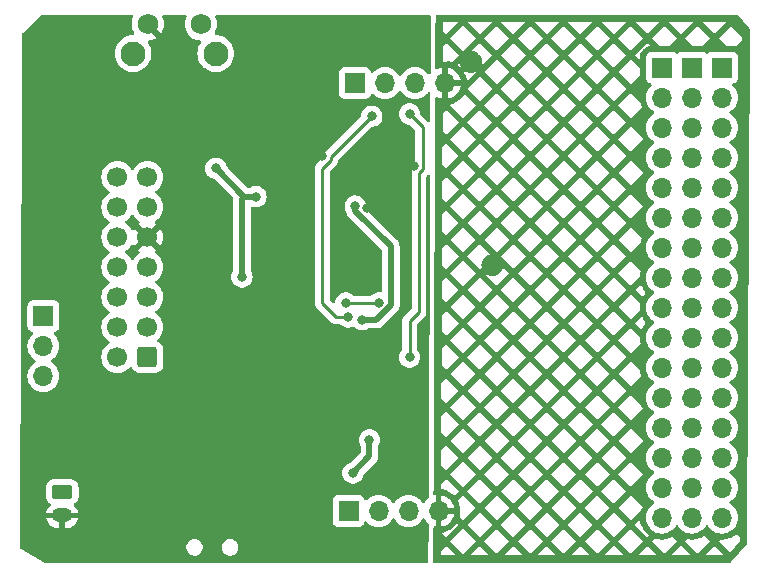
<source format=gbr>
%TF.GenerationSoftware,KiCad,Pcbnew,7.0.9*%
%TF.CreationDate,2024-01-06T14:55:19-06:00*%
%TF.ProjectId,Capsense_v2,43617073-656e-4736-955f-76322e6b6963,rev?*%
%TF.SameCoordinates,Original*%
%TF.FileFunction,Copper,L2,Bot*%
%TF.FilePolarity,Positive*%
%FSLAX46Y46*%
G04 Gerber Fmt 4.6, Leading zero omitted, Abs format (unit mm)*
G04 Created by KiCad (PCBNEW 7.0.9) date 2024-01-06 14:55:19*
%MOMM*%
%LPD*%
G01*
G04 APERTURE LIST*
G04 Aperture macros list*
%AMRoundRect*
0 Rectangle with rounded corners*
0 $1 Rounding radius*
0 $2 $3 $4 $5 $6 $7 $8 $9 X,Y pos of 4 corners*
0 Add a 4 corners polygon primitive as box body*
4,1,4,$2,$3,$4,$5,$6,$7,$8,$9,$2,$3,0*
0 Add four circle primitives for the rounded corners*
1,1,$1+$1,$2,$3*
1,1,$1+$1,$4,$5*
1,1,$1+$1,$6,$7*
1,1,$1+$1,$8,$9*
0 Add four rect primitives between the rounded corners*
20,1,$1+$1,$2,$3,$4,$5,0*
20,1,$1+$1,$4,$5,$6,$7,0*
20,1,$1+$1,$6,$7,$8,$9,0*
20,1,$1+$1,$8,$9,$2,$3,0*%
G04 Aperture macros list end*
%TA.AperFunction,ComponentPad*%
%ADD10R,1.700000X1.700000*%
%TD*%
%TA.AperFunction,ComponentPad*%
%ADD11O,1.700000X1.700000*%
%TD*%
%TA.AperFunction,ComponentPad*%
%ADD12RoundRect,0.250000X0.600000X0.600000X-0.600000X0.600000X-0.600000X-0.600000X0.600000X-0.600000X0*%
%TD*%
%TA.AperFunction,ComponentPad*%
%ADD13C,1.700000*%
%TD*%
%TA.AperFunction,ComponentPad*%
%ADD14C,2.100000*%
%TD*%
%TA.AperFunction,ComponentPad*%
%ADD15C,1.750000*%
%TD*%
%TA.AperFunction,ComponentPad*%
%ADD16RoundRect,0.250000X-0.625000X0.350000X-0.625000X-0.350000X0.625000X-0.350000X0.625000X0.350000X0*%
%TD*%
%TA.AperFunction,ComponentPad*%
%ADD17O,1.750000X1.200000*%
%TD*%
%TA.AperFunction,ViaPad*%
%ADD18C,0.800000*%
%TD*%
%TA.AperFunction,Conductor*%
%ADD19C,0.500000*%
%TD*%
%TA.AperFunction,Conductor*%
%ADD20C,0.250000*%
%TD*%
G04 APERTURE END LIST*
D10*
%TO.P,J5,1,Pin_1*%
%TO.N,Net-(J5-Pin_1)*%
X163170000Y-55480000D03*
X165710000Y-55480000D03*
X168250000Y-55480000D03*
D11*
%TO.P,J5,2,Pin_2*%
%TO.N,Net-(J5-Pin_2)*%
X163170000Y-58020000D03*
X165710000Y-58020000D03*
X168250000Y-58020000D03*
%TO.P,J5,3,Pin_3*%
%TO.N,Net-(J5-Pin_3)*%
X163170000Y-60560000D03*
X165710000Y-60560000D03*
X168250000Y-60560000D03*
%TO.P,J5,4,Pin_4*%
%TO.N,Net-(J5-Pin_4)*%
X163170000Y-63100000D03*
X165710000Y-63100000D03*
X168250000Y-63100000D03*
%TO.P,J5,5,Pin_5*%
%TO.N,Net-(J5-Pin_5)*%
X163170000Y-65640000D03*
X165710000Y-65640000D03*
X168250000Y-65640000D03*
%TO.P,J5,6,Pin_6*%
%TO.N,Net-(J5-Pin_6)*%
X163170000Y-68180000D03*
X165710000Y-68180000D03*
X168250000Y-68180000D03*
%TO.P,J5,7,Pin_7*%
%TO.N,Net-(J5-Pin_7)*%
X163170000Y-70720000D03*
X165710000Y-70720000D03*
X168250000Y-70720000D03*
%TO.P,J5,8,Pin_8*%
%TO.N,Net-(J5-Pin_8)*%
X163170000Y-73260000D03*
X165710000Y-73260000D03*
X168250000Y-73260000D03*
%TO.P,J5,9,Pin_9*%
%TO.N,Net-(J5-Pin_9)*%
X163170000Y-75800000D03*
X165710000Y-75800000D03*
X168250000Y-75800000D03*
%TO.P,J5,10,Pin_10*%
%TO.N,Net-(J5-Pin_10)*%
X163170000Y-78340000D03*
X165710000Y-78340000D03*
X168250000Y-78340000D03*
%TO.P,J5,11,Pin_11*%
%TO.N,Net-(J5-Pin_11)*%
X163170000Y-80880000D03*
X165710000Y-80880000D03*
X168250000Y-80880000D03*
%TO.P,J5,12,Pin_12*%
%TO.N,Net-(J5-Pin_12)*%
X163170000Y-83420000D03*
X165710000Y-83420000D03*
X168250000Y-83420000D03*
%TO.P,J5,13,Pin_13*%
%TO.N,Net-(J5-Pin_13)*%
X163170000Y-85960000D03*
X165710000Y-85960000D03*
X168250000Y-85960000D03*
%TO.P,J5,14,Pin_14*%
%TO.N,Net-(J5-Pin_14)*%
X163170000Y-88500000D03*
X165710000Y-88500000D03*
X168250000Y-88500000D03*
%TO.P,J5,15,Pin_15*%
%TO.N,Net-(J5-Pin_15)*%
X163170000Y-91040000D03*
X165710000Y-91040000D03*
X168250000Y-91040000D03*
%TO.P,J5,16,Pin_16*%
%TO.N,Net-(J5-Pin_16)*%
X163170000Y-93580000D03*
X165710000Y-93580000D03*
X168250000Y-93580000D03*
%TD*%
D12*
%TO.P,J3,1,Pin_1*%
%TO.N,/TDO*%
X119600000Y-80000000D03*
D13*
%TO.P,J3,2,Pin_2*%
%TO.N,/VCC_TOOL*%
X117060000Y-80000000D03*
%TO.P,J3,3,Pin_3*%
%TO.N,/TDI*%
X119600000Y-77460000D03*
%TO.P,J3,4,Pin_4*%
%TO.N,/VCC_TARGET*%
X117060000Y-77460000D03*
%TO.P,J3,5,Pin_5*%
%TO.N,/TMS*%
X119600000Y-74920000D03*
%TO.P,J3,6,Pin_6*%
%TO.N,unconnected-(J3-Pin_6-Pad6)*%
X117060000Y-74920000D03*
%TO.P,J3,7,Pin_7*%
%TO.N,/TCK*%
X119600000Y-72380000D03*
%TO.P,J3,8,Pin_8*%
%TO.N,/TEST*%
X117060000Y-72380000D03*
%TO.P,J3,9,Pin_9*%
%TO.N,GND*%
X119600000Y-69840000D03*
%TO.P,J3,10,Pin_10*%
%TO.N,unconnected-(J3-Pin_10-Pad10)*%
X117060000Y-69840000D03*
%TO.P,J3,11,Pin_11*%
%TO.N,/RST*%
X119600000Y-67300000D03*
%TO.P,J3,12,Pin_12*%
%TO.N,unconnected-(J3-Pin_12-Pad12)*%
X117060000Y-67300000D03*
%TO.P,J3,13,Pin_13*%
%TO.N,unconnected-(J3-Pin_13-Pad13)*%
X119600000Y-64760000D03*
%TO.P,J3,14,Pin_14*%
%TO.N,unconnected-(J3-Pin_14-Pad14)*%
X117060000Y-64760000D03*
%TD*%
D10*
%TO.P,J2,1,Pin_1*%
%TO.N,+3V3*%
X137180000Y-56800000D03*
D11*
%TO.P,J2,2,Pin_2*%
%TO.N,/I2C_SDA*%
X139720000Y-56800000D03*
%TO.P,J2,3,Pin_3*%
%TO.N,/I2C_SCL*%
X142260000Y-56800000D03*
%TO.P,J2,4,Pin_4*%
%TO.N,GND*%
X144800000Y-56800000D03*
%TD*%
D14*
%TO.P,SW1,*%
%TO.N,*%
X118390000Y-54290000D03*
X125400000Y-54290000D03*
D15*
%TO.P,SW1,1,1*%
%TO.N,GND*%
X119640000Y-51800000D03*
%TO.P,SW1,2,2*%
%TO.N,/RST*%
X124140000Y-51800000D03*
%TD*%
D16*
%TO.P,J8,1,Pin_1*%
%TO.N,Net-(J8-Pin_1)*%
X112400000Y-91400000D03*
D17*
%TO.P,J8,2,Pin_2*%
%TO.N,GND*%
X112400000Y-93400000D03*
%TD*%
D10*
%TO.P,J1,1,Pin_1*%
%TO.N,+3V3*%
X136630000Y-93000000D03*
D11*
%TO.P,J1,2,Pin_2*%
%TO.N,/I2C_SDA*%
X139170000Y-93000000D03*
%TO.P,J1,3,Pin_3*%
%TO.N,/I2C_SCL*%
X141710000Y-93000000D03*
%TO.P,J1,4,Pin_4*%
%TO.N,GND*%
X144250000Y-93000000D03*
%TD*%
D10*
%TO.P,J4,1,Pin_1*%
%TO.N,/VCC_TARGET*%
X110800000Y-76520000D03*
D11*
%TO.P,J4,2,Pin_2*%
%TO.N,+3V3*%
X110800000Y-79060000D03*
%TO.P,J4,3,Pin_3*%
%TO.N,/VCC_TOOL*%
X110800000Y-81600000D03*
%TD*%
D18*
%TO.N,+3V3*%
X137200000Y-67200000D03*
X137788171Y-76812770D03*
X137000000Y-89800000D03*
X138400000Y-87000000D03*
X125400000Y-64000000D03*
X127600000Y-73200000D03*
X128800000Y-66400000D03*
%TO.N,GND*%
X129600000Y-83200000D03*
X147000000Y-55000000D03*
X148800000Y-72200000D03*
X122800000Y-92400000D03*
X126400000Y-83200000D03*
X138200000Y-67400000D03*
X136600000Y-63400000D03*
X132800000Y-68200000D03*
X132800000Y-61000000D03*
X123000000Y-87600000D03*
X142200000Y-63800000D03*
X134400000Y-63000000D03*
X132200000Y-83200000D03*
X117600000Y-93400000D03*
%TO.N,/I2C_SDA*%
X138600000Y-59600000D03*
X136574695Y-76600000D03*
%TO.N,/I2C_SCL*%
X141800000Y-59400000D03*
X141800000Y-80000000D03*
%TO.N,/P2.2_MODE*%
X136400000Y-75400000D03*
X139200000Y-75400000D03*
%TD*%
D19*
%TO.N,+3V3*%
X140200000Y-75602082D02*
X140200000Y-70602082D01*
X138400000Y-88400000D02*
X138400000Y-87000000D01*
X127600000Y-66600000D02*
X127800000Y-66400000D01*
X137788171Y-76812770D02*
X138989312Y-76812770D01*
X138989312Y-76812770D02*
X140200000Y-75602082D01*
X137000000Y-89800000D02*
X138400000Y-88400000D01*
X127600000Y-73200000D02*
X127600000Y-66600000D01*
X140200000Y-70602082D02*
X137200000Y-67602082D01*
X127800000Y-66400000D02*
X128800000Y-66400000D01*
X125400000Y-64000000D02*
X127800000Y-66400000D01*
X137200000Y-67602082D02*
X137200000Y-67200000D01*
D20*
%TO.N,/I2C_SDA*%
X135125000Y-63075000D02*
X135125000Y-63300305D01*
X136600000Y-76600000D02*
X136574695Y-76600000D01*
X134400000Y-64025305D02*
X134400000Y-75400000D01*
X135600000Y-76600000D02*
X136574695Y-76600000D01*
X138600000Y-59600000D02*
X135125000Y-63075000D01*
X135125000Y-63300305D02*
X134400000Y-64025305D01*
X134400000Y-75400000D02*
X135600000Y-76600000D01*
%TO.N,/I2C_SCL*%
X141800000Y-76974695D02*
X141800000Y-80000000D01*
X142600000Y-64425305D02*
X142600000Y-76174695D01*
X142600000Y-76174695D02*
X141800000Y-76974695D01*
X142925000Y-60525000D02*
X142925000Y-64100305D01*
X142925000Y-64100305D02*
X142600000Y-64425305D01*
X141800000Y-59400000D02*
X142925000Y-60525000D01*
%TO.N,/P2.2_MODE*%
X139200000Y-75400000D02*
X136400000Y-75400000D01*
%TD*%
%TA.AperFunction,Conductor*%
%TO.N,GND*%
G36*
X119140507Y-70049844D02*
G01*
X119218239Y-70170798D01*
X119326900Y-70264952D01*
X119457685Y-70324680D01*
X119467466Y-70326086D01*
X118838625Y-70954925D01*
X118914594Y-71008119D01*
X118958219Y-71062696D01*
X118965413Y-71132194D01*
X118933890Y-71194549D01*
X118914595Y-71211269D01*
X118728594Y-71341508D01*
X118561505Y-71508597D01*
X118431575Y-71694158D01*
X118376998Y-71737783D01*
X118307500Y-71744977D01*
X118245145Y-71713454D01*
X118228425Y-71694158D01*
X118098494Y-71508597D01*
X117931402Y-71341506D01*
X117931396Y-71341501D01*
X117745842Y-71211575D01*
X117702217Y-71156998D01*
X117695023Y-71087500D01*
X117726546Y-71025145D01*
X117745842Y-71008425D01*
X117846486Y-70937953D01*
X117931401Y-70878495D01*
X118098495Y-70711401D01*
X118228732Y-70525403D01*
X118283307Y-70481780D01*
X118352805Y-70474586D01*
X118415160Y-70506109D01*
X118431880Y-70525405D01*
X118485073Y-70601373D01*
X119116923Y-69969523D01*
X119140507Y-70049844D01*
G37*
%TD.AperFunction*%
%TA.AperFunction,Conductor*%
G36*
X118414855Y-67966546D02*
G01*
X118431575Y-67985842D01*
X118561500Y-68171395D01*
X118561505Y-68171401D01*
X118728599Y-68338495D01*
X118914158Y-68468425D01*
X118914594Y-68468730D01*
X118958218Y-68523307D01*
X118965411Y-68592806D01*
X118933889Y-68655160D01*
X118914593Y-68671880D01*
X118838626Y-68725072D01*
X118838625Y-68725072D01*
X119467466Y-69353913D01*
X119457685Y-69355320D01*
X119326900Y-69415048D01*
X119218239Y-69509202D01*
X119140507Y-69630156D01*
X119116923Y-69710476D01*
X118485073Y-69078626D01*
X118431881Y-69154594D01*
X118377304Y-69198219D01*
X118307806Y-69205413D01*
X118245451Y-69173891D01*
X118228730Y-69154594D01*
X118098494Y-68968597D01*
X117931402Y-68801506D01*
X117931396Y-68801501D01*
X117745842Y-68671575D01*
X117702217Y-68616998D01*
X117695023Y-68547500D01*
X117726546Y-68485145D01*
X117745842Y-68468425D01*
X117768026Y-68452891D01*
X117931401Y-68338495D01*
X118098495Y-68171401D01*
X118228425Y-67985842D01*
X118283002Y-67942217D01*
X118352500Y-67935023D01*
X118414855Y-67966546D01*
G37*
%TD.AperFunction*%
%TA.AperFunction,Conductor*%
G36*
X118366693Y-51019685D02*
G01*
X118412448Y-51072489D01*
X118422392Y-51141647D01*
X118413210Y-51173810D01*
X118335045Y-51352006D01*
X118279105Y-51572906D01*
X118279103Y-51572914D01*
X118260288Y-51799993D01*
X118260288Y-51800006D01*
X118279103Y-52027085D01*
X118279105Y-52027093D01*
X118335045Y-52247993D01*
X118426579Y-52456669D01*
X118483201Y-52543336D01*
X118503389Y-52610226D01*
X118484208Y-52677411D01*
X118431749Y-52723561D01*
X118389121Y-52734775D01*
X118146702Y-52753853D01*
X118146698Y-52753854D01*
X117954573Y-52799980D01*
X117909380Y-52810830D01*
X117683910Y-52904222D01*
X117475826Y-53031737D01*
X117475823Y-53031738D01*
X117290241Y-53190241D01*
X117131738Y-53375823D01*
X117131737Y-53375826D01*
X117004222Y-53583910D01*
X116910830Y-53809380D01*
X116853853Y-54046702D01*
X116834706Y-54290000D01*
X116853853Y-54533297D01*
X116910830Y-54770619D01*
X117004222Y-54996089D01*
X117131737Y-55204173D01*
X117131738Y-55204176D01*
X117131741Y-55204179D01*
X117290241Y-55389759D01*
X117426581Y-55506204D01*
X117475823Y-55548261D01*
X117475826Y-55548262D01*
X117683910Y-55675777D01*
X117760910Y-55707671D01*
X117890868Y-55761501D01*
X117909381Y-55769169D01*
X117909378Y-55769169D01*
X117909384Y-55769170D01*
X117909388Y-55769172D01*
X118146698Y-55826146D01*
X118390000Y-55845294D01*
X118633302Y-55826146D01*
X118870612Y-55769172D01*
X119096089Y-55675777D01*
X119304179Y-55548259D01*
X119489759Y-55389759D01*
X119648259Y-55204179D01*
X119775777Y-54996089D01*
X119869172Y-54770612D01*
X119926146Y-54533302D01*
X119945294Y-54290000D01*
X119926146Y-54046698D01*
X119869172Y-53809388D01*
X119775777Y-53583911D01*
X119775777Y-53583910D01*
X119648264Y-53375829D01*
X119648260Y-53375823D01*
X119648259Y-53375821D01*
X119648253Y-53375814D01*
X119645405Y-53371894D01*
X119621920Y-53306090D01*
X119637739Y-53238034D01*
X119687841Y-53189335D01*
X119745717Y-53175000D01*
X119753935Y-53175000D01*
X119978701Y-53137492D01*
X120194219Y-53063504D01*
X120194230Y-53063499D01*
X120394633Y-52955047D01*
X120420982Y-52934537D01*
X120420982Y-52934536D01*
X119768115Y-52281669D01*
X119780892Y-52279833D01*
X119910369Y-52220702D01*
X120017943Y-52127489D01*
X120094898Y-52007745D01*
X120119048Y-51925494D01*
X120773125Y-52579571D01*
X120853420Y-52456669D01*
X120944954Y-52247993D01*
X121000894Y-52027093D01*
X121000896Y-52027085D01*
X121019712Y-51800006D01*
X121019712Y-51799993D01*
X121000896Y-51572914D01*
X121000894Y-51572906D01*
X120944954Y-51352006D01*
X120866790Y-51173810D01*
X120857887Y-51104510D01*
X120887864Y-51041398D01*
X120947203Y-51004511D01*
X120980346Y-51000000D01*
X122799107Y-51000000D01*
X122866146Y-51019685D01*
X122911901Y-51072489D01*
X122921845Y-51141647D01*
X122912663Y-51173810D01*
X122834569Y-51351844D01*
X122778610Y-51572820D01*
X122778608Y-51572831D01*
X122759786Y-51799993D01*
X122759786Y-51800006D01*
X122778608Y-52027168D01*
X122778610Y-52027179D01*
X122834569Y-52248155D01*
X122926137Y-52456908D01*
X123050814Y-52647742D01*
X123112749Y-52715021D01*
X123200947Y-52810830D01*
X123205208Y-52815458D01*
X123205212Y-52815461D01*
X123384552Y-52955047D01*
X123385094Y-52955469D01*
X123385096Y-52955470D01*
X123385099Y-52955472D01*
X123501646Y-53018543D01*
X123585574Y-53063963D01*
X123697529Y-53102397D01*
X123801173Y-53137979D01*
X123801175Y-53137979D01*
X123801177Y-53137980D01*
X124026023Y-53175500D01*
X124026024Y-53175500D01*
X124043919Y-53175500D01*
X124110958Y-53195185D01*
X124156713Y-53247989D01*
X124166657Y-53317147D01*
X124144235Y-53372388D01*
X124141739Y-53375822D01*
X124014222Y-53583910D01*
X123920830Y-53809380D01*
X123863853Y-54046702D01*
X123844706Y-54290000D01*
X123863853Y-54533297D01*
X123920830Y-54770619D01*
X124014222Y-54996089D01*
X124141737Y-55204173D01*
X124141738Y-55204176D01*
X124141741Y-55204179D01*
X124300241Y-55389759D01*
X124436581Y-55506204D01*
X124485823Y-55548261D01*
X124485826Y-55548262D01*
X124693910Y-55675777D01*
X124770910Y-55707671D01*
X124900868Y-55761501D01*
X124919381Y-55769169D01*
X124919378Y-55769169D01*
X124919384Y-55769170D01*
X124919388Y-55769172D01*
X125156698Y-55826146D01*
X125400000Y-55845294D01*
X125643302Y-55826146D01*
X125880612Y-55769172D01*
X126106089Y-55675777D01*
X126314179Y-55548259D01*
X126499759Y-55389759D01*
X126658259Y-55204179D01*
X126785777Y-54996089D01*
X126879172Y-54770612D01*
X126936146Y-54533302D01*
X126955294Y-54290000D01*
X126936146Y-54046698D01*
X126879172Y-53809388D01*
X126785777Y-53583911D01*
X126785777Y-53583910D01*
X126658262Y-53375826D01*
X126658261Y-53375823D01*
X126549080Y-53247989D01*
X126499759Y-53190241D01*
X126351363Y-53063499D01*
X126314176Y-53031738D01*
X126314173Y-53031737D01*
X126106089Y-52904222D01*
X125880618Y-52810830D01*
X125880621Y-52810830D01*
X125774992Y-52785470D01*
X125643302Y-52753854D01*
X125643300Y-52753853D01*
X125643297Y-52753853D01*
X125467277Y-52740000D01*
X125400000Y-52734706D01*
X125399998Y-52734706D01*
X125395143Y-52734324D01*
X125395257Y-52732872D01*
X125334462Y-52715021D01*
X125288707Y-52662217D01*
X125278763Y-52593059D01*
X125297692Y-52542885D01*
X125327756Y-52496867D01*
X125353862Y-52456909D01*
X125445430Y-52248155D01*
X125501390Y-52027176D01*
X125520214Y-51800000D01*
X125520214Y-51799993D01*
X125501391Y-51572831D01*
X125501389Y-51572820D01*
X125445430Y-51351844D01*
X125367337Y-51173810D01*
X125358434Y-51104510D01*
X125388411Y-51041398D01*
X125447751Y-51004511D01*
X125480893Y-51000000D01*
X143475464Y-51000000D01*
X143542503Y-51019685D01*
X143588258Y-51072489D01*
X143599463Y-51124534D01*
X143578723Y-55936064D01*
X143558749Y-56003018D01*
X143505749Y-56048545D01*
X143436548Y-56058191D01*
X143373118Y-56028892D01*
X143353149Y-56006653D01*
X143298494Y-55928597D01*
X143131402Y-55761506D01*
X143131395Y-55761501D01*
X142937834Y-55625967D01*
X142937830Y-55625965D01*
X142937828Y-55625964D01*
X142723663Y-55526097D01*
X142723659Y-55526096D01*
X142723655Y-55526094D01*
X142495413Y-55464938D01*
X142495403Y-55464936D01*
X142260001Y-55444341D01*
X142259999Y-55444341D01*
X142024596Y-55464936D01*
X142024586Y-55464938D01*
X141796344Y-55526094D01*
X141796335Y-55526098D01*
X141582171Y-55625964D01*
X141582169Y-55625965D01*
X141388597Y-55761505D01*
X141221505Y-55928597D01*
X141091575Y-56114158D01*
X141036998Y-56157783D01*
X140967500Y-56164977D01*
X140905145Y-56133454D01*
X140888425Y-56114158D01*
X140758494Y-55928597D01*
X140591402Y-55761506D01*
X140591395Y-55761501D01*
X140397834Y-55625967D01*
X140397830Y-55625965D01*
X140397828Y-55625964D01*
X140183663Y-55526097D01*
X140183659Y-55526096D01*
X140183655Y-55526094D01*
X139955413Y-55464938D01*
X139955403Y-55464936D01*
X139720001Y-55444341D01*
X139719999Y-55444341D01*
X139484596Y-55464936D01*
X139484586Y-55464938D01*
X139256344Y-55526094D01*
X139256335Y-55526098D01*
X139042171Y-55625964D01*
X139042169Y-55625965D01*
X138848600Y-55761503D01*
X138726673Y-55883430D01*
X138665350Y-55916914D01*
X138595658Y-55911930D01*
X138539725Y-55870058D01*
X138522810Y-55839081D01*
X138473797Y-55707671D01*
X138473793Y-55707664D01*
X138387547Y-55592455D01*
X138387544Y-55592452D01*
X138272335Y-55506206D01*
X138272328Y-55506202D01*
X138137482Y-55455908D01*
X138137483Y-55455908D01*
X138077883Y-55449501D01*
X138077881Y-55449500D01*
X138077873Y-55449500D01*
X138077864Y-55449500D01*
X136282129Y-55449500D01*
X136282123Y-55449501D01*
X136222516Y-55455908D01*
X136087671Y-55506202D01*
X136087664Y-55506206D01*
X135972455Y-55592452D01*
X135972452Y-55592455D01*
X135886206Y-55707664D01*
X135886202Y-55707671D01*
X135835908Y-55842517D01*
X135829501Y-55902116D01*
X135829500Y-55902135D01*
X135829500Y-57697870D01*
X135829501Y-57697876D01*
X135835908Y-57757483D01*
X135886202Y-57892328D01*
X135886206Y-57892335D01*
X135972452Y-58007544D01*
X135972455Y-58007547D01*
X136087664Y-58093793D01*
X136087671Y-58093797D01*
X136222517Y-58144091D01*
X136222516Y-58144091D01*
X136229444Y-58144835D01*
X136282127Y-58150500D01*
X138077872Y-58150499D01*
X138137483Y-58144091D01*
X138272331Y-58093796D01*
X138387546Y-58007546D01*
X138473796Y-57892331D01*
X138522810Y-57760916D01*
X138564681Y-57704984D01*
X138630145Y-57680566D01*
X138698418Y-57695417D01*
X138726673Y-57716569D01*
X138848599Y-57838495D01*
X138945384Y-57906265D01*
X139042165Y-57974032D01*
X139042167Y-57974033D01*
X139042170Y-57974035D01*
X139256337Y-58073903D01*
X139484592Y-58135063D01*
X139661034Y-58150500D01*
X139719999Y-58155659D01*
X139720000Y-58155659D01*
X139720001Y-58155659D01*
X139778966Y-58150500D01*
X139955408Y-58135063D01*
X140183663Y-58073903D01*
X140397830Y-57974035D01*
X140591401Y-57838495D01*
X140758495Y-57671401D01*
X140888425Y-57485842D01*
X140943002Y-57442217D01*
X141012500Y-57435023D01*
X141074855Y-57466546D01*
X141091575Y-57485842D01*
X141160837Y-57584759D01*
X141221505Y-57671401D01*
X141388599Y-57838495D01*
X141485384Y-57906265D01*
X141582165Y-57974032D01*
X141582167Y-57974033D01*
X141582170Y-57974035D01*
X141796337Y-58073903D01*
X142024592Y-58135063D01*
X142201034Y-58150500D01*
X142259999Y-58155659D01*
X142260000Y-58155659D01*
X142260001Y-58155659D01*
X142318966Y-58150500D01*
X142495408Y-58135063D01*
X142723663Y-58073903D01*
X142937830Y-57974035D01*
X143131401Y-57838495D01*
X143298495Y-57671401D01*
X143345651Y-57604055D01*
X143400226Y-57560431D01*
X143469724Y-57553237D01*
X143532079Y-57584759D01*
X143567494Y-57644989D01*
X143571224Y-57675713D01*
X143561307Y-59976624D01*
X143541334Y-60043578D01*
X143488333Y-60089105D01*
X143419132Y-60098751D01*
X143358268Y-60071634D01*
X143355734Y-60069538D01*
X143348683Y-60063705D01*
X143344381Y-60059790D01*
X142738960Y-59454369D01*
X142705475Y-59393046D01*
X142703323Y-59379668D01*
X142685674Y-59211744D01*
X142627179Y-59031716D01*
X142532533Y-58867784D01*
X142405871Y-58727112D01*
X142405870Y-58727111D01*
X142252734Y-58615851D01*
X142252729Y-58615848D01*
X142079807Y-58538857D01*
X142079802Y-58538855D01*
X141934001Y-58507865D01*
X141894646Y-58499500D01*
X141705354Y-58499500D01*
X141672897Y-58506398D01*
X141520197Y-58538855D01*
X141520192Y-58538857D01*
X141347270Y-58615848D01*
X141347265Y-58615851D01*
X141194129Y-58727111D01*
X141067466Y-58867785D01*
X140972821Y-59031715D01*
X140972818Y-59031722D01*
X140914327Y-59211740D01*
X140914326Y-59211744D01*
X140894540Y-59400000D01*
X140914326Y-59588256D01*
X140914327Y-59588259D01*
X140972818Y-59768277D01*
X140972821Y-59768284D01*
X141067467Y-59932216D01*
X141184191Y-60061851D01*
X141194129Y-60072888D01*
X141347265Y-60184148D01*
X141347270Y-60184151D01*
X141520192Y-60261142D01*
X141520197Y-60261144D01*
X141705354Y-60300500D01*
X141764548Y-60300500D01*
X141831587Y-60320185D01*
X141852229Y-60336819D01*
X142263181Y-60747771D01*
X142296666Y-60809094D01*
X142299500Y-60835452D01*
X142299500Y-63789850D01*
X142279815Y-63856889D01*
X142263180Y-63877532D01*
X142216204Y-63924507D01*
X142203951Y-63934325D01*
X142204134Y-63934546D01*
X142198123Y-63939518D01*
X142150772Y-63989941D01*
X142129889Y-64010824D01*
X142129877Y-64010837D01*
X142125621Y-64016322D01*
X142121837Y-64020752D01*
X142089937Y-64054723D01*
X142089936Y-64054725D01*
X142080284Y-64072281D01*
X142069610Y-64088531D01*
X142057329Y-64104366D01*
X142057324Y-64104373D01*
X142038815Y-64147143D01*
X142036245Y-64152389D01*
X142013803Y-64193211D01*
X142008822Y-64212612D01*
X142002521Y-64231015D01*
X141994562Y-64249407D01*
X141994561Y-64249410D01*
X141987271Y-64295432D01*
X141986087Y-64301151D01*
X141974501Y-64346277D01*
X141974500Y-64346287D01*
X141974500Y-64366321D01*
X141972973Y-64385720D01*
X141969840Y-64405499D01*
X141969840Y-64405500D01*
X141974225Y-64451888D01*
X141974500Y-64457726D01*
X141974500Y-75864241D01*
X141954815Y-75931280D01*
X141938181Y-75951922D01*
X141416208Y-76473894D01*
X141403951Y-76483715D01*
X141404134Y-76483936D01*
X141398123Y-76488908D01*
X141350772Y-76539331D01*
X141329889Y-76560214D01*
X141329877Y-76560227D01*
X141325621Y-76565712D01*
X141321837Y-76570142D01*
X141289937Y-76604113D01*
X141289936Y-76604115D01*
X141280284Y-76621671D01*
X141269610Y-76637921D01*
X141257329Y-76653756D01*
X141257324Y-76653763D01*
X141238815Y-76696533D01*
X141236245Y-76701779D01*
X141213803Y-76742601D01*
X141208822Y-76762002D01*
X141202521Y-76780405D01*
X141194562Y-76798797D01*
X141194561Y-76798800D01*
X141187271Y-76844822D01*
X141186087Y-76850541D01*
X141174501Y-76895667D01*
X141174500Y-76895677D01*
X141174500Y-76915711D01*
X141172973Y-76935110D01*
X141169840Y-76954889D01*
X141169840Y-76954890D01*
X141174225Y-77001278D01*
X141174500Y-77007116D01*
X141174500Y-79301312D01*
X141154815Y-79368351D01*
X141142650Y-79384284D01*
X141067466Y-79467784D01*
X140972821Y-79631715D01*
X140972818Y-79631722D01*
X140929645Y-79764596D01*
X140914326Y-79811744D01*
X140894540Y-80000000D01*
X140914326Y-80188256D01*
X140914327Y-80188259D01*
X140972818Y-80368277D01*
X140972821Y-80368284D01*
X141067467Y-80532216D01*
X141168715Y-80644663D01*
X141194129Y-80672888D01*
X141347265Y-80784148D01*
X141347270Y-80784151D01*
X141520192Y-80861142D01*
X141520197Y-80861144D01*
X141705354Y-80900500D01*
X141705355Y-80900500D01*
X141894644Y-80900500D01*
X141894646Y-80900500D01*
X142079803Y-80861144D01*
X142252730Y-80784151D01*
X142405871Y-80672888D01*
X142532533Y-80532216D01*
X142627179Y-80368284D01*
X142685674Y-80188256D01*
X142705460Y-80000000D01*
X142685674Y-79811744D01*
X142627179Y-79631716D01*
X142532533Y-79467784D01*
X142457350Y-79384284D01*
X142427120Y-79321292D01*
X142425500Y-79301312D01*
X142425500Y-77285147D01*
X142445185Y-77218108D01*
X142461819Y-77197466D01*
X142704396Y-76954889D01*
X142983788Y-76675496D01*
X142996042Y-76665681D01*
X142995859Y-76665459D01*
X143001866Y-76660487D01*
X143001877Y-76660481D01*
X143038322Y-76621671D01*
X143049227Y-76610059D01*
X143059671Y-76599613D01*
X143070120Y-76589166D01*
X143074379Y-76583673D01*
X143078152Y-76579256D01*
X143110062Y-76545277D01*
X143119715Y-76527715D01*
X143130389Y-76511465D01*
X143142673Y-76495631D01*
X143161180Y-76452862D01*
X143163749Y-76447619D01*
X143178105Y-76421506D01*
X143186197Y-76406787D01*
X143191177Y-76387386D01*
X143197478Y-76368983D01*
X143205438Y-76350591D01*
X143212730Y-76304544D01*
X143213911Y-76298847D01*
X143225500Y-76253714D01*
X143225500Y-76233678D01*
X143227027Y-76214277D01*
X143230160Y-76194499D01*
X143226207Y-76152685D01*
X143225775Y-76148110D01*
X143225500Y-76142272D01*
X143225500Y-64735757D01*
X143245185Y-64668718D01*
X143261818Y-64648077D01*
X143308782Y-64601112D01*
X143321046Y-64591289D01*
X143320862Y-64591066D01*
X143326874Y-64586092D01*
X143326877Y-64586091D01*
X143326878Y-64586089D01*
X143332891Y-64581116D01*
X143333748Y-64582152D01*
X143386904Y-64550912D01*
X143456718Y-64553697D01*
X143513944Y-64593784D01*
X143540413Y-64658446D01*
X143541068Y-64671721D01*
X143423848Y-91866903D01*
X143403875Y-91933857D01*
X143382603Y-91957915D01*
X143382750Y-91958062D01*
X143380361Y-91960450D01*
X143379568Y-91961348D01*
X143378920Y-91961891D01*
X143211891Y-92128920D01*
X143211890Y-92128922D01*
X143081880Y-92314595D01*
X143027303Y-92358219D01*
X142957804Y-92365412D01*
X142895450Y-92333890D01*
X142878730Y-92314594D01*
X142748494Y-92128597D01*
X142581402Y-91961506D01*
X142581395Y-91961501D01*
X142581176Y-91961348D01*
X142504518Y-91907671D01*
X142387834Y-91825967D01*
X142387830Y-91825965D01*
X142387828Y-91825964D01*
X142173663Y-91726097D01*
X142173659Y-91726096D01*
X142173655Y-91726094D01*
X141945413Y-91664938D01*
X141945403Y-91664936D01*
X141710001Y-91644341D01*
X141709999Y-91644341D01*
X141474596Y-91664936D01*
X141474586Y-91664938D01*
X141246344Y-91726094D01*
X141246335Y-91726098D01*
X141032171Y-91825964D01*
X141032169Y-91825965D01*
X140838597Y-91961505D01*
X140671505Y-92128597D01*
X140541575Y-92314158D01*
X140486998Y-92357783D01*
X140417500Y-92364977D01*
X140355145Y-92333454D01*
X140338425Y-92314158D01*
X140208494Y-92128597D01*
X140041402Y-91961506D01*
X140041395Y-91961501D01*
X140041176Y-91961348D01*
X139964518Y-91907671D01*
X139847834Y-91825967D01*
X139847830Y-91825965D01*
X139847828Y-91825964D01*
X139633663Y-91726097D01*
X139633659Y-91726096D01*
X139633655Y-91726094D01*
X139405413Y-91664938D01*
X139405403Y-91664936D01*
X139170001Y-91644341D01*
X139169999Y-91644341D01*
X138934596Y-91664936D01*
X138934586Y-91664938D01*
X138706344Y-91726094D01*
X138706335Y-91726098D01*
X138492171Y-91825964D01*
X138492169Y-91825965D01*
X138298600Y-91961503D01*
X138176673Y-92083430D01*
X138115350Y-92116914D01*
X138045658Y-92111930D01*
X137989725Y-92070058D01*
X137972810Y-92039081D01*
X137923797Y-91907671D01*
X137923793Y-91907664D01*
X137837547Y-91792455D01*
X137837544Y-91792452D01*
X137722335Y-91706206D01*
X137722328Y-91706202D01*
X137587482Y-91655908D01*
X137587483Y-91655908D01*
X137527883Y-91649501D01*
X137527881Y-91649500D01*
X137527873Y-91649500D01*
X137527864Y-91649500D01*
X135732129Y-91649500D01*
X135732123Y-91649501D01*
X135672516Y-91655908D01*
X135537671Y-91706202D01*
X135537664Y-91706206D01*
X135422455Y-91792452D01*
X135422452Y-91792455D01*
X135336206Y-91907664D01*
X135336202Y-91907671D01*
X135285908Y-92042517D01*
X135279501Y-92102116D01*
X135279500Y-92102135D01*
X135279500Y-93897870D01*
X135279501Y-93897876D01*
X135285908Y-93957483D01*
X135336202Y-94092328D01*
X135336206Y-94092335D01*
X135422452Y-94207544D01*
X135422455Y-94207547D01*
X135537664Y-94293793D01*
X135537671Y-94293797D01*
X135672517Y-94344091D01*
X135672516Y-94344091D01*
X135679444Y-94344835D01*
X135732127Y-94350500D01*
X137527872Y-94350499D01*
X137587483Y-94344091D01*
X137722331Y-94293796D01*
X137837546Y-94207546D01*
X137923796Y-94092331D01*
X137972810Y-93960916D01*
X138014681Y-93904984D01*
X138080145Y-93880566D01*
X138148418Y-93895417D01*
X138176673Y-93916569D01*
X138298599Y-94038495D01*
X138384021Y-94098308D01*
X138492165Y-94174032D01*
X138492167Y-94174033D01*
X138492170Y-94174035D01*
X138706337Y-94273903D01*
X138934592Y-94335063D01*
X139111034Y-94350500D01*
X139169999Y-94355659D01*
X139170000Y-94355659D01*
X139170001Y-94355659D01*
X139228966Y-94350500D01*
X139405408Y-94335063D01*
X139633663Y-94273903D01*
X139847830Y-94174035D01*
X140041401Y-94038495D01*
X140208495Y-93871401D01*
X140338425Y-93685842D01*
X140393002Y-93642217D01*
X140462500Y-93635023D01*
X140524855Y-93666546D01*
X140541575Y-93685842D01*
X140671278Y-93871078D01*
X140671505Y-93871401D01*
X140838599Y-94038495D01*
X140924021Y-94098308D01*
X141032165Y-94174032D01*
X141032167Y-94174033D01*
X141032170Y-94174035D01*
X141246337Y-94273903D01*
X141474592Y-94335063D01*
X141651034Y-94350500D01*
X141709999Y-94355659D01*
X141710000Y-94355659D01*
X141710001Y-94355659D01*
X141768966Y-94350500D01*
X141945408Y-94335063D01*
X142173663Y-94273903D01*
X142387830Y-94174035D01*
X142581401Y-94038495D01*
X142748495Y-93871401D01*
X142878730Y-93685405D01*
X142933307Y-93641781D01*
X143002805Y-93634587D01*
X143065160Y-93666110D01*
X143081879Y-93685405D01*
X143211890Y-93871078D01*
X143377796Y-94036985D01*
X143411281Y-94098308D01*
X143414114Y-94125200D01*
X143400532Y-97276534D01*
X143380559Y-97343488D01*
X143327558Y-97389015D01*
X143276533Y-97400000D01*
X111031620Y-97400000D01*
X110972242Y-97384859D01*
X108864960Y-96235432D01*
X108815533Y-96186049D01*
X108815282Y-96185056D01*
X122899500Y-96185056D01*
X122918374Y-96261633D01*
X122940210Y-96350226D01*
X123019263Y-96500849D01*
X123019266Y-96500852D01*
X123132071Y-96628183D01*
X123222318Y-96690476D01*
X123272068Y-96724817D01*
X123272069Y-96724817D01*
X123272070Y-96724818D01*
X123431128Y-96785140D01*
X123507028Y-96794356D01*
X123557626Y-96800500D01*
X123557628Y-96800500D01*
X123642374Y-96800500D01*
X123684538Y-96795380D01*
X123768872Y-96785140D01*
X123927930Y-96724818D01*
X124067929Y-96628183D01*
X124180734Y-96500852D01*
X124259790Y-96350225D01*
X124300500Y-96185056D01*
X125899500Y-96185056D01*
X125918374Y-96261633D01*
X125940210Y-96350226D01*
X126019263Y-96500849D01*
X126019266Y-96500852D01*
X126132071Y-96628183D01*
X126222318Y-96690476D01*
X126272068Y-96724817D01*
X126272069Y-96724817D01*
X126272070Y-96724818D01*
X126431128Y-96785140D01*
X126507028Y-96794356D01*
X126557626Y-96800500D01*
X126557628Y-96800500D01*
X126642374Y-96800500D01*
X126684538Y-96795380D01*
X126768872Y-96785140D01*
X126927930Y-96724818D01*
X127067929Y-96628183D01*
X127180734Y-96500852D01*
X127259790Y-96350225D01*
X127300500Y-96185056D01*
X127300500Y-96014944D01*
X127259790Y-95849775D01*
X127259789Y-95849773D01*
X127180736Y-95699150D01*
X127161560Y-95677505D01*
X127067929Y-95571817D01*
X127018177Y-95537475D01*
X126927931Y-95475182D01*
X126768874Y-95414860D01*
X126768868Y-95414859D01*
X126642374Y-95399500D01*
X126642372Y-95399500D01*
X126557628Y-95399500D01*
X126557626Y-95399500D01*
X126431131Y-95414859D01*
X126431125Y-95414860D01*
X126272068Y-95475182D01*
X126132072Y-95571816D01*
X126019263Y-95699150D01*
X125940210Y-95849773D01*
X125940210Y-95849775D01*
X125899500Y-96014944D01*
X125899500Y-96185056D01*
X124300500Y-96185056D01*
X124300500Y-96014944D01*
X124259790Y-95849775D01*
X124259789Y-95849773D01*
X124180736Y-95699150D01*
X124161560Y-95677505D01*
X124067929Y-95571817D01*
X124018177Y-95537475D01*
X123927931Y-95475182D01*
X123768874Y-95414860D01*
X123768868Y-95414859D01*
X123642374Y-95399500D01*
X123642372Y-95399500D01*
X123557628Y-95399500D01*
X123557626Y-95399500D01*
X123431131Y-95414859D01*
X123431125Y-95414860D01*
X123272068Y-95475182D01*
X123132072Y-95571816D01*
X123019263Y-95699150D01*
X122940210Y-95849773D01*
X122940210Y-95849775D01*
X122899500Y-96014944D01*
X122899500Y-96185056D01*
X108815282Y-96185056D01*
X108800339Y-96126004D01*
X108820183Y-91800001D01*
X111024500Y-91800001D01*
X111024501Y-91800019D01*
X111035000Y-91902796D01*
X111035001Y-91902799D01*
X111090185Y-92069331D01*
X111090187Y-92069336D01*
X111098880Y-92083430D01*
X111182288Y-92218656D01*
X111306344Y-92342712D01*
X111342442Y-92364977D01*
X111370191Y-92382093D01*
X111416916Y-92434041D01*
X111428139Y-92503003D01*
X111400295Y-92567086D01*
X111381750Y-92585100D01*
X111362461Y-92600269D01*
X111362459Y-92600271D01*
X111224894Y-92759030D01*
X111224885Y-92759041D01*
X111119855Y-92940960D01*
X111119852Y-92940967D01*
X111051144Y-93139482D01*
X111051144Y-93139484D01*
X111049632Y-93150000D01*
X112120440Y-93150000D01*
X112081722Y-93192059D01*
X112031449Y-93306670D01*
X112021114Y-93431395D01*
X112051837Y-93552719D01*
X112115394Y-93650000D01*
X111053742Y-93650000D01*
X111080770Y-93761409D01*
X111168040Y-93952507D01*
X111289889Y-94123619D01*
X111289895Y-94123625D01*
X111441932Y-94268592D01*
X111618657Y-94382166D01*
X111813685Y-94460244D01*
X112019962Y-94500000D01*
X112150000Y-94500000D01*
X112150000Y-93680617D01*
X112219052Y-93734363D01*
X112337424Y-93775000D01*
X112431073Y-93775000D01*
X112523446Y-93759586D01*
X112633514Y-93700019D01*
X112650000Y-93682110D01*
X112650000Y-94500000D01*
X112727398Y-94500000D01*
X112884122Y-94485034D01*
X112884126Y-94485033D01*
X113085686Y-94425850D01*
X113272414Y-94329586D01*
X113437537Y-94199731D01*
X113437540Y-94199728D01*
X113575105Y-94040969D01*
X113575114Y-94040958D01*
X113680144Y-93859039D01*
X113680147Y-93859032D01*
X113748855Y-93660517D01*
X113748855Y-93660515D01*
X113750368Y-93650000D01*
X112679560Y-93650000D01*
X112718278Y-93607941D01*
X112768551Y-93493330D01*
X112778886Y-93368605D01*
X112748163Y-93247281D01*
X112684606Y-93150000D01*
X113746257Y-93150000D01*
X113719229Y-93038590D01*
X113631959Y-92847492D01*
X113510110Y-92676380D01*
X113510099Y-92676368D01*
X113407478Y-92578520D01*
X113372542Y-92518012D01*
X113375867Y-92448221D01*
X113416395Y-92391307D01*
X113427935Y-92383248D01*
X113493656Y-92342712D01*
X113617712Y-92218656D01*
X113709814Y-92069334D01*
X113764999Y-91902797D01*
X113775500Y-91800009D01*
X113775499Y-90999992D01*
X113764999Y-90897203D01*
X113709814Y-90730666D01*
X113617712Y-90581344D01*
X113493656Y-90457288D01*
X113344334Y-90365186D01*
X113177797Y-90310001D01*
X113177795Y-90310000D01*
X113075010Y-90299500D01*
X111724998Y-90299500D01*
X111724981Y-90299501D01*
X111622203Y-90310000D01*
X111622200Y-90310001D01*
X111455668Y-90365185D01*
X111455663Y-90365187D01*
X111306342Y-90457289D01*
X111182289Y-90581342D01*
X111090187Y-90730663D01*
X111090186Y-90730666D01*
X111035001Y-90897203D01*
X111035001Y-90897204D01*
X111035000Y-90897204D01*
X111024500Y-90999983D01*
X111024500Y-91800001D01*
X108820183Y-91800001D01*
X108829357Y-89800000D01*
X136094540Y-89800000D01*
X136114326Y-89988256D01*
X136114327Y-89988259D01*
X136172818Y-90168277D01*
X136172821Y-90168284D01*
X136267467Y-90332216D01*
X136380083Y-90457288D01*
X136394129Y-90472888D01*
X136547265Y-90584148D01*
X136547270Y-90584151D01*
X136720192Y-90661142D01*
X136720197Y-90661144D01*
X136905354Y-90700500D01*
X136905355Y-90700500D01*
X137094644Y-90700500D01*
X137094646Y-90700500D01*
X137279803Y-90661144D01*
X137452730Y-90584151D01*
X137605871Y-90472888D01*
X137732533Y-90332216D01*
X137827179Y-90168284D01*
X137882522Y-89997955D01*
X137912769Y-89948597D01*
X138885642Y-88975724D01*
X138899271Y-88963947D01*
X138918530Y-88949610D01*
X138952101Y-88909601D01*
X138955761Y-88905606D01*
X138961590Y-88899778D01*
X138981941Y-88874039D01*
X138987948Y-88866879D01*
X139031302Y-88815214D01*
X139031306Y-88815205D01*
X139035274Y-88809175D01*
X139035325Y-88809208D01*
X139039372Y-88802856D01*
X139039320Y-88802824D01*
X139043112Y-88796675D01*
X139075575Y-88727058D01*
X139110036Y-88658440D01*
X139110040Y-88658433D01*
X139110042Y-88658421D01*
X139112509Y-88651646D01*
X139112567Y-88651667D01*
X139115043Y-88644546D01*
X139114986Y-88644528D01*
X139117257Y-88637673D01*
X139132792Y-88562434D01*
X139150498Y-88487728D01*
X139150500Y-88487721D01*
X139150500Y-88487710D01*
X139151338Y-88480548D01*
X139151398Y-88480555D01*
X139152164Y-88473055D01*
X139152105Y-88473050D01*
X139152734Y-88465860D01*
X139150500Y-88389083D01*
X139150500Y-87534321D01*
X139167113Y-87472321D01*
X139227179Y-87368284D01*
X139285674Y-87188256D01*
X139305460Y-87000000D01*
X139285674Y-86811744D01*
X139227179Y-86631716D01*
X139132533Y-86467784D01*
X139005871Y-86327112D01*
X139005870Y-86327111D01*
X138852734Y-86215851D01*
X138852729Y-86215848D01*
X138679807Y-86138857D01*
X138679802Y-86138855D01*
X138534001Y-86107865D01*
X138494646Y-86099500D01*
X138305354Y-86099500D01*
X138272897Y-86106398D01*
X138120197Y-86138855D01*
X138120192Y-86138857D01*
X137947270Y-86215848D01*
X137947265Y-86215851D01*
X137794129Y-86327111D01*
X137667466Y-86467785D01*
X137572821Y-86631715D01*
X137572818Y-86631722D01*
X137514327Y-86811740D01*
X137514326Y-86811744D01*
X137494540Y-87000000D01*
X137514326Y-87188256D01*
X137514327Y-87188259D01*
X137572818Y-87368277D01*
X137572821Y-87368284D01*
X137632887Y-87472321D01*
X137649500Y-87534321D01*
X137649500Y-88037769D01*
X137629815Y-88104808D01*
X137613181Y-88125450D01*
X136847228Y-88891402D01*
X136785905Y-88924887D01*
X136785329Y-88925011D01*
X136720196Y-88938856D01*
X136720192Y-88938857D01*
X136547270Y-89015848D01*
X136547265Y-89015851D01*
X136394129Y-89127111D01*
X136267466Y-89267785D01*
X136172821Y-89431715D01*
X136172818Y-89431722D01*
X136114327Y-89611740D01*
X136114326Y-89611744D01*
X136094540Y-89800000D01*
X108829357Y-89800000D01*
X108866972Y-81600000D01*
X109444341Y-81600000D01*
X109464936Y-81835403D01*
X109464938Y-81835413D01*
X109526094Y-82063655D01*
X109526096Y-82063659D01*
X109526097Y-82063663D01*
X109625965Y-82277830D01*
X109625967Y-82277834D01*
X109734281Y-82432521D01*
X109761505Y-82471401D01*
X109928599Y-82638495D01*
X110025384Y-82706265D01*
X110122165Y-82774032D01*
X110122167Y-82774033D01*
X110122170Y-82774035D01*
X110336337Y-82873903D01*
X110564592Y-82935063D01*
X110752918Y-82951539D01*
X110799999Y-82955659D01*
X110800000Y-82955659D01*
X110800001Y-82955659D01*
X110839234Y-82952226D01*
X111035408Y-82935063D01*
X111263663Y-82873903D01*
X111477830Y-82774035D01*
X111671401Y-82638495D01*
X111838495Y-82471401D01*
X111974035Y-82277830D01*
X112073903Y-82063663D01*
X112135063Y-81835408D01*
X112155659Y-81600000D01*
X112135063Y-81364592D01*
X112073903Y-81136337D01*
X111974035Y-80922171D01*
X111972047Y-80919331D01*
X111838494Y-80728597D01*
X111671402Y-80561506D01*
X111671396Y-80561501D01*
X111485842Y-80431575D01*
X111442217Y-80376998D01*
X111435023Y-80307500D01*
X111466546Y-80245145D01*
X111485842Y-80228425D01*
X111543209Y-80188256D01*
X111671401Y-80098495D01*
X111769896Y-80000000D01*
X115704341Y-80000000D01*
X115724936Y-80235403D01*
X115724938Y-80235413D01*
X115786094Y-80463655D01*
X115786096Y-80463659D01*
X115786097Y-80463663D01*
X115818063Y-80532214D01*
X115885965Y-80677830D01*
X115885967Y-80677834D01*
X115960412Y-80784151D01*
X116021505Y-80871401D01*
X116188599Y-81038495D01*
X116231675Y-81068657D01*
X116382165Y-81174032D01*
X116382167Y-81174033D01*
X116382170Y-81174035D01*
X116596337Y-81273903D01*
X116824592Y-81335063D01*
X117001034Y-81350500D01*
X117059999Y-81355659D01*
X117060000Y-81355659D01*
X117060001Y-81355659D01*
X117118966Y-81350500D01*
X117295408Y-81335063D01*
X117523663Y-81273903D01*
X117737830Y-81174035D01*
X117931401Y-81038495D01*
X118098495Y-80871401D01*
X118098504Y-80871388D01*
X118099636Y-80870040D01*
X118100293Y-80869602D01*
X118102323Y-80867573D01*
X118102730Y-80867980D01*
X118157805Y-80831334D01*
X118227666Y-80830220D01*
X118287038Y-80867053D01*
X118312337Y-80910735D01*
X118315185Y-80919331D01*
X118315187Y-80919336D01*
X118316936Y-80922171D01*
X118407288Y-81068656D01*
X118531344Y-81192712D01*
X118680666Y-81284814D01*
X118847203Y-81339999D01*
X118949991Y-81350500D01*
X120250008Y-81350499D01*
X120352797Y-81339999D01*
X120519334Y-81284814D01*
X120668656Y-81192712D01*
X120792712Y-81068656D01*
X120884814Y-80919334D01*
X120939999Y-80752797D01*
X120950500Y-80650009D01*
X120950499Y-79349992D01*
X120939999Y-79247203D01*
X120884814Y-79080666D01*
X120792712Y-78931344D01*
X120668656Y-78807288D01*
X120575888Y-78750069D01*
X120519336Y-78715187D01*
X120519331Y-78715185D01*
X120519215Y-78715146D01*
X120510733Y-78712336D01*
X120453290Y-78672564D01*
X120426467Y-78608048D01*
X120438782Y-78539272D01*
X120467767Y-78502517D01*
X120467573Y-78502323D01*
X120469219Y-78500676D01*
X120470040Y-78499636D01*
X120471388Y-78498504D01*
X120471401Y-78498495D01*
X120638495Y-78331401D01*
X120774035Y-78137830D01*
X120873903Y-77923663D01*
X120935063Y-77695408D01*
X120955659Y-77460000D01*
X120951972Y-77417864D01*
X120949023Y-77384148D01*
X120935063Y-77224592D01*
X120875388Y-77001878D01*
X120873905Y-76996344D01*
X120873904Y-76996343D01*
X120873903Y-76996337D01*
X120774035Y-76782171D01*
X120772799Y-76780405D01*
X120638494Y-76588597D01*
X120471402Y-76421506D01*
X120471396Y-76421501D01*
X120285842Y-76291575D01*
X120242217Y-76236998D01*
X120235023Y-76167500D01*
X120266546Y-76105145D01*
X120285842Y-76088425D01*
X120331437Y-76056499D01*
X120471401Y-75958495D01*
X120638495Y-75791401D01*
X120774035Y-75597830D01*
X120873903Y-75383663D01*
X120935063Y-75155408D01*
X120955659Y-74920000D01*
X120935063Y-74684592D01*
X120885468Y-74499500D01*
X120873905Y-74456344D01*
X120873904Y-74456343D01*
X120873903Y-74456337D01*
X120774035Y-74242171D01*
X120768425Y-74234158D01*
X120638494Y-74048597D01*
X120471402Y-73881506D01*
X120471396Y-73881501D01*
X120285842Y-73751575D01*
X120242217Y-73696998D01*
X120235023Y-73627500D01*
X120266546Y-73565145D01*
X120285842Y-73548425D01*
X120308026Y-73532891D01*
X120471401Y-73418495D01*
X120638495Y-73251401D01*
X120774035Y-73057830D01*
X120873903Y-72843663D01*
X120935063Y-72615408D01*
X120955659Y-72380000D01*
X120935063Y-72144592D01*
X120873903Y-71916337D01*
X120774035Y-71702171D01*
X120768425Y-71694158D01*
X120638494Y-71508597D01*
X120471402Y-71341506D01*
X120471401Y-71341505D01*
X120285405Y-71211269D01*
X120241781Y-71156692D01*
X120234588Y-71087193D01*
X120266110Y-71024839D01*
X120285405Y-71008119D01*
X120361373Y-70954925D01*
X119732533Y-70326086D01*
X119742315Y-70324680D01*
X119873100Y-70264952D01*
X119981761Y-70170798D01*
X120059493Y-70049844D01*
X120083076Y-69969524D01*
X120714925Y-70601373D01*
X120714926Y-70601373D01*
X120773598Y-70517582D01*
X120773600Y-70517578D01*
X120873429Y-70303492D01*
X120873433Y-70303483D01*
X120934567Y-70075326D01*
X120934569Y-70075315D01*
X120955157Y-69840001D01*
X120955157Y-69839998D01*
X120934569Y-69604684D01*
X120934567Y-69604673D01*
X120873433Y-69376516D01*
X120873429Y-69376507D01*
X120773600Y-69162423D01*
X120773599Y-69162421D01*
X120714925Y-69078626D01*
X120714925Y-69078625D01*
X120083076Y-69710475D01*
X120059493Y-69630156D01*
X119981761Y-69509202D01*
X119873100Y-69415048D01*
X119742315Y-69355320D01*
X119732533Y-69353913D01*
X120361373Y-68725073D01*
X120361373Y-68725072D01*
X120285405Y-68671880D01*
X120241780Y-68617304D01*
X120234586Y-68547805D01*
X120266108Y-68485451D01*
X120285399Y-68468734D01*
X120471401Y-68338495D01*
X120638495Y-68171401D01*
X120774035Y-67977830D01*
X120873903Y-67763663D01*
X120935063Y-67535408D01*
X120955659Y-67300000D01*
X120935063Y-67064592D01*
X120873903Y-66836337D01*
X120774035Y-66622171D01*
X120768425Y-66614158D01*
X120638494Y-66428597D01*
X120471402Y-66261506D01*
X120471396Y-66261501D01*
X120285842Y-66131575D01*
X120242217Y-66076998D01*
X120235023Y-66007500D01*
X120266546Y-65945145D01*
X120285842Y-65928425D01*
X120308026Y-65912891D01*
X120471401Y-65798495D01*
X120638495Y-65631401D01*
X120774035Y-65437830D01*
X120873903Y-65223663D01*
X120935063Y-64995408D01*
X120955659Y-64760000D01*
X120935063Y-64524592D01*
X120873903Y-64296337D01*
X120774035Y-64082171D01*
X120768425Y-64074158D01*
X120716499Y-64000000D01*
X124494540Y-64000000D01*
X124514326Y-64188256D01*
X124514327Y-64188259D01*
X124572818Y-64368277D01*
X124572821Y-64368284D01*
X124667467Y-64532216D01*
X124771789Y-64648077D01*
X124794129Y-64672888D01*
X124947265Y-64784148D01*
X124947270Y-64784151D01*
X125120191Y-64861142D01*
X125120193Y-64861142D01*
X125120197Y-64861144D01*
X125185329Y-64874987D01*
X125246809Y-64908178D01*
X125247228Y-64908596D01*
X126811667Y-66473034D01*
X126845152Y-66534357D01*
X126847933Y-66557107D01*
X126849500Y-66610915D01*
X126849500Y-72665677D01*
X126832887Y-72727677D01*
X126772821Y-72831714D01*
X126714327Y-73011740D01*
X126714326Y-73011744D01*
X126694540Y-73200000D01*
X126714326Y-73388256D01*
X126714327Y-73388259D01*
X126772818Y-73568277D01*
X126772821Y-73568284D01*
X126867467Y-73732216D01*
X126994129Y-73872888D01*
X127147265Y-73984148D01*
X127147270Y-73984151D01*
X127320192Y-74061142D01*
X127320197Y-74061144D01*
X127505354Y-74100500D01*
X127505355Y-74100500D01*
X127694644Y-74100500D01*
X127694646Y-74100500D01*
X127879803Y-74061144D01*
X128052730Y-73984151D01*
X128205871Y-73872888D01*
X128332533Y-73732216D01*
X128427179Y-73568284D01*
X128485674Y-73388256D01*
X128505460Y-73200000D01*
X128485674Y-73011744D01*
X128427179Y-72831716D01*
X128367113Y-72727677D01*
X128350500Y-72665677D01*
X128350500Y-67376533D01*
X128370185Y-67309494D01*
X128422989Y-67263739D01*
X128492147Y-67253795D01*
X128513724Y-67260024D01*
X128514013Y-67259135D01*
X128520197Y-67261144D01*
X128705354Y-67300500D01*
X128705355Y-67300500D01*
X128894644Y-67300500D01*
X128894646Y-67300500D01*
X129079803Y-67261144D01*
X129252730Y-67184151D01*
X129405871Y-67072888D01*
X129532533Y-66932216D01*
X129627179Y-66768284D01*
X129685674Y-66588256D01*
X129705460Y-66400000D01*
X129685674Y-66211744D01*
X129627179Y-66031716D01*
X129532533Y-65867784D01*
X129405871Y-65727112D01*
X129405870Y-65727111D01*
X129252734Y-65615851D01*
X129252729Y-65615848D01*
X129079807Y-65538857D01*
X129079802Y-65538855D01*
X128934001Y-65507865D01*
X128894646Y-65499500D01*
X128705354Y-65499500D01*
X128672897Y-65506398D01*
X128520197Y-65538855D01*
X128520192Y-65538857D01*
X128347270Y-65615848D01*
X128347265Y-65615851D01*
X128333548Y-65625818D01*
X128267742Y-65649298D01*
X128260663Y-65649500D01*
X128162229Y-65649500D01*
X128095190Y-65629815D01*
X128074548Y-65613181D01*
X127197124Y-64735757D01*
X126466868Y-64005500D01*
X133769840Y-64005500D01*
X133774225Y-64051888D01*
X133774500Y-64057726D01*
X133774500Y-75317255D01*
X133772775Y-75332872D01*
X133773061Y-75332899D01*
X133772326Y-75340665D01*
X133774500Y-75409814D01*
X133774500Y-75439343D01*
X133774501Y-75439360D01*
X133775368Y-75446231D01*
X133775826Y-75452050D01*
X133777290Y-75498624D01*
X133777291Y-75498627D01*
X133782880Y-75517867D01*
X133786824Y-75536911D01*
X133789336Y-75556792D01*
X133802953Y-75591185D01*
X133806490Y-75600119D01*
X133808382Y-75605647D01*
X133821381Y-75650388D01*
X133831580Y-75667634D01*
X133840136Y-75685100D01*
X133841999Y-75689803D01*
X133847514Y-75703732D01*
X133874898Y-75741423D01*
X133878106Y-75746307D01*
X133901827Y-75786416D01*
X133901833Y-75786424D01*
X133915990Y-75800580D01*
X133928627Y-75815375D01*
X133940406Y-75831587D01*
X133975374Y-75860515D01*
X133976309Y-75861288D01*
X133980620Y-75865210D01*
X134858010Y-76742601D01*
X135099197Y-76983788D01*
X135109022Y-76996051D01*
X135109243Y-76995869D01*
X135114214Y-77001878D01*
X135140217Y-77026295D01*
X135164635Y-77049226D01*
X135185529Y-77070120D01*
X135191011Y-77074373D01*
X135195443Y-77078157D01*
X135229418Y-77110062D01*
X135246976Y-77119714D01*
X135263235Y-77130395D01*
X135279064Y-77142673D01*
X135321838Y-77161182D01*
X135327056Y-77163738D01*
X135367908Y-77186197D01*
X135387316Y-77191180D01*
X135405717Y-77197480D01*
X135424104Y-77205437D01*
X135467488Y-77212308D01*
X135470119Y-77212725D01*
X135475839Y-77213909D01*
X135520981Y-77225500D01*
X135541016Y-77225500D01*
X135560414Y-77227026D01*
X135580194Y-77230159D01*
X135580195Y-77230160D01*
X135580195Y-77230159D01*
X135580196Y-77230160D01*
X135626584Y-77225775D01*
X135632422Y-77225500D01*
X135870947Y-77225500D01*
X135937986Y-77245185D01*
X135963095Y-77266526D01*
X135968821Y-77272885D01*
X135968825Y-77272889D01*
X136121960Y-77384148D01*
X136121965Y-77384151D01*
X136294887Y-77461142D01*
X136294892Y-77461144D01*
X136480049Y-77500500D01*
X136480050Y-77500500D01*
X136669339Y-77500500D01*
X136669341Y-77500500D01*
X136854498Y-77461144D01*
X136990436Y-77400619D01*
X137059683Y-77391334D01*
X137122960Y-77420962D01*
X137133017Y-77430924D01*
X137174938Y-77477482D01*
X137182300Y-77485658D01*
X137182306Y-77485663D01*
X137335436Y-77596918D01*
X137335441Y-77596921D01*
X137508363Y-77673912D01*
X137508368Y-77673914D01*
X137693525Y-77713270D01*
X137693526Y-77713270D01*
X137882815Y-77713270D01*
X137882817Y-77713270D01*
X138067974Y-77673914D01*
X138240901Y-77596921D01*
X138242947Y-77595434D01*
X138254623Y-77586952D01*
X138320429Y-77563472D01*
X138327508Y-77563270D01*
X138925607Y-77563270D01*
X138943577Y-77564579D01*
X138967335Y-77568059D01*
X139019380Y-77563505D01*
X139024782Y-77563270D01*
X139033016Y-77563270D01*
X139033021Y-77563270D01*
X139044639Y-77561911D01*
X139065588Y-77559463D01*
X139078340Y-77558347D01*
X139142109Y-77552769D01*
X139142117Y-77552766D01*
X139149178Y-77551309D01*
X139149190Y-77551368D01*
X139156555Y-77549735D01*
X139156541Y-77549676D01*
X139163558Y-77548011D01*
X139163567Y-77548011D01*
X139235735Y-77521744D01*
X139308646Y-77497584D01*
X139308655Y-77497577D01*
X139315194Y-77494530D01*
X139315220Y-77494586D01*
X139322002Y-77491302D01*
X139321975Y-77491248D01*
X139328418Y-77488010D01*
X139328429Y-77488007D01*
X139392595Y-77445804D01*
X139457968Y-77405482D01*
X139457974Y-77405475D01*
X139463637Y-77400999D01*
X139463674Y-77401047D01*
X139469516Y-77396288D01*
X139469476Y-77396241D01*
X139474998Y-77391606D01*
X139475008Y-77391600D01*
X139508340Y-77356270D01*
X139527698Y-77335752D01*
X140485513Y-76377935D01*
X140685638Y-76177809D01*
X140699267Y-76166032D01*
X140718530Y-76151692D01*
X140718532Y-76151688D01*
X140718534Y-76151688D01*
X140736663Y-76130081D01*
X140752113Y-76111667D01*
X140755767Y-76107681D01*
X140758304Y-76105145D01*
X140761590Y-76101859D01*
X140781927Y-76076137D01*
X140831302Y-76017296D01*
X140831304Y-76017291D01*
X140835272Y-76011261D01*
X140835323Y-76011294D01*
X140839369Y-76004942D01*
X140839317Y-76004910D01*
X140843109Y-75998761D01*
X140843111Y-75998759D01*
X140875569Y-75929151D01*
X140910040Y-75860515D01*
X140910043Y-75860499D01*
X140912510Y-75853726D01*
X140912568Y-75853747D01*
X140915043Y-75846628D01*
X140914985Y-75846609D01*
X140917256Y-75839754D01*
X140918943Y-75831586D01*
X140932784Y-75764549D01*
X140950500Y-75689803D01*
X140950500Y-75689802D01*
X140951339Y-75682630D01*
X140951397Y-75682636D01*
X140952164Y-75675138D01*
X140952104Y-75675133D01*
X140952733Y-75667942D01*
X140950500Y-75591185D01*
X140950500Y-70665787D01*
X140951809Y-70647817D01*
X140952129Y-70645629D01*
X140955289Y-70624059D01*
X140953304Y-70601373D01*
X140950736Y-70572016D01*
X140950500Y-70566610D01*
X140950500Y-70558379D01*
X140950500Y-70558373D01*
X140946693Y-70525806D01*
X140939999Y-70449285D01*
X140939999Y-70449283D01*
X140938539Y-70442211D01*
X140938597Y-70442198D01*
X140936965Y-70434839D01*
X140936906Y-70434854D01*
X140935242Y-70427835D01*
X140935241Y-70427827D01*
X140908974Y-70355658D01*
X140884814Y-70282748D01*
X140884809Y-70282741D01*
X140881760Y-70276200D01*
X140881815Y-70276173D01*
X140878533Y-70269395D01*
X140878480Y-70269422D01*
X140875235Y-70262962D01*
X140833028Y-70198790D01*
X140792710Y-70133424D01*
X140788234Y-70127764D01*
X140788281Y-70127726D01*
X140783519Y-70121881D01*
X140783474Y-70121920D01*
X140778834Y-70116390D01*
X140722964Y-70063678D01*
X138123868Y-67464582D01*
X138090383Y-67403259D01*
X138088228Y-67363949D01*
X138105460Y-67200000D01*
X138085674Y-67011744D01*
X138027179Y-66831716D01*
X137932533Y-66667784D01*
X137805871Y-66527112D01*
X137805870Y-66527111D01*
X137652734Y-66415851D01*
X137652729Y-66415848D01*
X137479807Y-66338857D01*
X137479802Y-66338855D01*
X137334001Y-66307865D01*
X137294646Y-66299500D01*
X137105354Y-66299500D01*
X137072897Y-66306398D01*
X136920197Y-66338855D01*
X136920192Y-66338857D01*
X136747270Y-66415848D01*
X136747265Y-66415851D01*
X136594129Y-66527111D01*
X136467466Y-66667785D01*
X136372821Y-66831715D01*
X136372818Y-66831722D01*
X136340166Y-66932216D01*
X136314326Y-67011744D01*
X136294540Y-67200000D01*
X136314326Y-67388256D01*
X136314327Y-67388259D01*
X136372821Y-67568285D01*
X136442584Y-67689119D01*
X136458725Y-67740306D01*
X136460000Y-67754878D01*
X136461460Y-67761946D01*
X136461402Y-67761957D01*
X136463034Y-67769319D01*
X136463092Y-67769306D01*
X136464757Y-67776332D01*
X136491025Y-67848506D01*
X136515185Y-67921413D01*
X136518236Y-67927956D01*
X136518182Y-67927980D01*
X136521470Y-67934770D01*
X136521521Y-67934745D01*
X136524761Y-67941195D01*
X136524762Y-67941196D01*
X136524763Y-67941199D01*
X136525433Y-67942217D01*
X136566965Y-68005365D01*
X136607287Y-68070737D01*
X136611766Y-68076401D01*
X136611719Y-68076438D01*
X136616482Y-68082284D01*
X136616528Y-68082246D01*
X136621173Y-68087782D01*
X136677018Y-68140468D01*
X138045752Y-69509202D01*
X139413181Y-70876630D01*
X139446666Y-70937953D01*
X139449500Y-70964311D01*
X139449500Y-74379287D01*
X139429815Y-74446326D01*
X139377011Y-74492081D01*
X139307853Y-74502025D01*
X139299724Y-74500578D01*
X139294651Y-74499500D01*
X139294646Y-74499500D01*
X139105354Y-74499500D01*
X139093475Y-74502025D01*
X138920197Y-74538855D01*
X138920192Y-74538857D01*
X138747270Y-74615848D01*
X138747265Y-74615851D01*
X138594130Y-74727110D01*
X138594126Y-74727114D01*
X138588400Y-74733474D01*
X138528913Y-74770121D01*
X138496252Y-74774500D01*
X137103748Y-74774500D01*
X137036709Y-74754815D01*
X137011600Y-74733474D01*
X137005873Y-74727114D01*
X137005869Y-74727110D01*
X136852734Y-74615851D01*
X136852729Y-74615848D01*
X136679807Y-74538857D01*
X136679802Y-74538855D01*
X136506525Y-74502025D01*
X136494646Y-74499500D01*
X136305354Y-74499500D01*
X136293475Y-74502025D01*
X136120197Y-74538855D01*
X136120192Y-74538857D01*
X135947270Y-74615848D01*
X135947265Y-74615851D01*
X135794129Y-74727111D01*
X135667466Y-74867785D01*
X135572821Y-75031715D01*
X135572818Y-75031722D01*
X135525541Y-75177228D01*
X135514326Y-75211744D01*
X135512806Y-75226206D01*
X135501746Y-75331434D01*
X135475161Y-75396049D01*
X135417863Y-75436033D01*
X135348044Y-75438693D01*
X135290744Y-75406153D01*
X135061819Y-75177228D01*
X135028334Y-75115905D01*
X135025500Y-75089547D01*
X135025500Y-64335757D01*
X135045185Y-64268718D01*
X135061819Y-64248076D01*
X135258007Y-64051888D01*
X135508788Y-63801106D01*
X135521042Y-63791291D01*
X135520859Y-63791069D01*
X135526866Y-63786097D01*
X135526877Y-63786091D01*
X135558525Y-63752389D01*
X135574227Y-63735669D01*
X135584671Y-63725223D01*
X135595120Y-63714776D01*
X135599379Y-63709283D01*
X135603152Y-63704866D01*
X135635062Y-63670887D01*
X135644715Y-63653325D01*
X135655389Y-63637075D01*
X135667673Y-63621241D01*
X135686180Y-63578472D01*
X135688749Y-63573229D01*
X135690953Y-63569218D01*
X135711197Y-63532397D01*
X135716177Y-63512996D01*
X135722478Y-63494593D01*
X135730438Y-63476201D01*
X135737730Y-63430154D01*
X135738911Y-63424457D01*
X135744076Y-63404341D01*
X135750500Y-63379324D01*
X135750500Y-63379315D01*
X135751478Y-63371581D01*
X135754462Y-63371958D01*
X135770185Y-63318412D01*
X135786819Y-63297770D01*
X138547772Y-60536819D01*
X138609095Y-60503334D01*
X138635453Y-60500500D01*
X138694644Y-60500500D01*
X138694646Y-60500500D01*
X138879803Y-60461144D01*
X139052730Y-60384151D01*
X139205871Y-60272888D01*
X139332533Y-60132216D01*
X139427179Y-59968284D01*
X139485674Y-59788256D01*
X139505460Y-59600000D01*
X139485674Y-59411744D01*
X139427179Y-59231716D01*
X139332533Y-59067784D01*
X139205871Y-58927112D01*
X139205870Y-58927111D01*
X139052734Y-58815851D01*
X139052729Y-58815848D01*
X138879807Y-58738857D01*
X138879802Y-58738855D01*
X138734001Y-58707865D01*
X138694646Y-58699500D01*
X138505354Y-58699500D01*
X138472897Y-58706398D01*
X138320197Y-58738855D01*
X138320192Y-58738857D01*
X138147270Y-58815848D01*
X138147265Y-58815851D01*
X137994129Y-58927111D01*
X137867466Y-59067785D01*
X137772821Y-59231715D01*
X137772818Y-59231722D01*
X137724754Y-59379649D01*
X137714326Y-59411744D01*
X137713576Y-59418884D01*
X137696679Y-59579649D01*
X137670094Y-59644263D01*
X137661039Y-59654368D01*
X134741208Y-62574199D01*
X134728951Y-62584020D01*
X134729134Y-62584241D01*
X134723123Y-62589213D01*
X134675772Y-62639636D01*
X134654889Y-62660519D01*
X134654877Y-62660532D01*
X134650621Y-62666017D01*
X134646837Y-62670447D01*
X134614937Y-62704418D01*
X134614936Y-62704420D01*
X134605284Y-62721976D01*
X134594610Y-62738226D01*
X134582329Y-62754061D01*
X134582324Y-62754068D01*
X134563815Y-62796838D01*
X134561245Y-62802084D01*
X134538803Y-62842906D01*
X134533822Y-62862307D01*
X134527521Y-62880710D01*
X134519562Y-62899102D01*
X134519561Y-62899105D01*
X134512271Y-62945127D01*
X134511087Y-62950846D01*
X134499501Y-62995972D01*
X134498523Y-63003718D01*
X134495538Y-63003341D01*
X134479815Y-63056890D01*
X134463181Y-63077532D01*
X134016208Y-63524504D01*
X134003951Y-63534325D01*
X134004134Y-63534546D01*
X133998123Y-63539518D01*
X133950772Y-63589941D01*
X133929889Y-63610824D01*
X133929877Y-63610837D01*
X133925621Y-63616322D01*
X133921837Y-63620752D01*
X133889937Y-63654723D01*
X133889936Y-63654725D01*
X133880284Y-63672281D01*
X133869610Y-63688531D01*
X133857329Y-63704366D01*
X133857324Y-63704373D01*
X133838815Y-63747143D01*
X133836245Y-63752389D01*
X133813803Y-63793211D01*
X133808822Y-63812612D01*
X133802521Y-63831015D01*
X133794562Y-63849407D01*
X133794561Y-63849410D01*
X133787271Y-63895432D01*
X133786087Y-63901151D01*
X133774501Y-63946277D01*
X133774500Y-63946287D01*
X133774500Y-63966321D01*
X133772973Y-63985720D01*
X133769840Y-64005499D01*
X133769840Y-64005500D01*
X126466868Y-64005500D01*
X126312770Y-63851402D01*
X126282521Y-63802041D01*
X126243137Y-63680830D01*
X126227181Y-63631721D01*
X126227178Y-63631715D01*
X126221131Y-63621241D01*
X126132533Y-63467784D01*
X126005871Y-63327112D01*
X126005870Y-63327111D01*
X125852734Y-63215851D01*
X125852729Y-63215848D01*
X125679807Y-63138857D01*
X125679802Y-63138855D01*
X125534001Y-63107865D01*
X125494646Y-63099500D01*
X125305354Y-63099500D01*
X125272897Y-63106398D01*
X125120197Y-63138855D01*
X125120192Y-63138857D01*
X124947270Y-63215848D01*
X124947265Y-63215851D01*
X124794129Y-63327111D01*
X124667466Y-63467785D01*
X124572821Y-63631715D01*
X124572818Y-63631722D01*
X124520347Y-63793213D01*
X124514326Y-63811744D01*
X124494540Y-64000000D01*
X120716499Y-64000000D01*
X120638494Y-63888597D01*
X120471402Y-63721506D01*
X120471395Y-63721501D01*
X120447619Y-63704853D01*
X120401102Y-63672281D01*
X120277834Y-63585967D01*
X120277830Y-63585965D01*
X120256010Y-63575790D01*
X120063663Y-63486097D01*
X120063659Y-63486096D01*
X120063655Y-63486094D01*
X119835413Y-63424938D01*
X119835403Y-63424936D01*
X119600001Y-63404341D01*
X119599999Y-63404341D01*
X119364596Y-63424936D01*
X119364586Y-63424938D01*
X119136344Y-63486094D01*
X119136335Y-63486098D01*
X118922171Y-63585964D01*
X118922169Y-63585965D01*
X118728597Y-63721505D01*
X118561505Y-63888597D01*
X118431575Y-64074158D01*
X118376998Y-64117783D01*
X118307500Y-64124977D01*
X118245145Y-64093454D01*
X118228425Y-64074158D01*
X118098494Y-63888597D01*
X117931402Y-63721506D01*
X117931395Y-63721501D01*
X117907619Y-63704853D01*
X117861102Y-63672281D01*
X117737834Y-63585967D01*
X117737830Y-63585965D01*
X117716010Y-63575790D01*
X117523663Y-63486097D01*
X117523659Y-63486096D01*
X117523655Y-63486094D01*
X117295413Y-63424938D01*
X117295403Y-63424936D01*
X117060001Y-63404341D01*
X117059999Y-63404341D01*
X116824596Y-63424936D01*
X116824586Y-63424938D01*
X116596344Y-63486094D01*
X116596335Y-63486098D01*
X116382171Y-63585964D01*
X116382169Y-63585965D01*
X116188597Y-63721505D01*
X116021505Y-63888597D01*
X115885965Y-64082169D01*
X115885964Y-64082171D01*
X115786098Y-64296335D01*
X115786094Y-64296344D01*
X115724938Y-64524586D01*
X115724936Y-64524596D01*
X115704341Y-64759999D01*
X115704341Y-64760000D01*
X115724936Y-64995403D01*
X115724938Y-64995413D01*
X115786094Y-65223655D01*
X115786096Y-65223659D01*
X115786097Y-65223663D01*
X115790000Y-65232032D01*
X115885965Y-65437830D01*
X115885967Y-65437834D01*
X115956704Y-65538856D01*
X116021501Y-65631396D01*
X116021506Y-65631402D01*
X116188597Y-65798493D01*
X116188603Y-65798498D01*
X116374158Y-65928425D01*
X116417783Y-65983002D01*
X116424977Y-66052500D01*
X116393454Y-66114855D01*
X116374158Y-66131575D01*
X116188597Y-66261505D01*
X116021505Y-66428597D01*
X115885965Y-66622169D01*
X115885964Y-66622171D01*
X115786098Y-66836335D01*
X115786094Y-66836344D01*
X115724938Y-67064586D01*
X115724936Y-67064596D01*
X115704341Y-67299999D01*
X115704341Y-67300000D01*
X115724936Y-67535403D01*
X115724938Y-67535413D01*
X115786094Y-67763655D01*
X115786096Y-67763659D01*
X115786097Y-67763663D01*
X115864042Y-67930816D01*
X115885965Y-67977830D01*
X115885967Y-67977834D01*
X115962951Y-68087778D01*
X116021501Y-68171396D01*
X116021506Y-68171402D01*
X116188597Y-68338493D01*
X116188603Y-68338498D01*
X116374158Y-68468425D01*
X116417783Y-68523002D01*
X116424977Y-68592500D01*
X116393454Y-68654855D01*
X116374158Y-68671575D01*
X116188597Y-68801505D01*
X116021505Y-68968597D01*
X115885965Y-69162169D01*
X115885964Y-69162171D01*
X115786098Y-69376335D01*
X115786094Y-69376344D01*
X115724938Y-69604586D01*
X115724936Y-69604596D01*
X115704341Y-69839999D01*
X115704341Y-69840000D01*
X115724936Y-70075403D01*
X115724938Y-70075413D01*
X115786094Y-70303655D01*
X115786096Y-70303659D01*
X115786097Y-70303663D01*
X115810343Y-70355658D01*
X115885965Y-70517830D01*
X115885967Y-70517834D01*
X115960347Y-70624059D01*
X116021501Y-70711396D01*
X116021506Y-70711402D01*
X116188597Y-70878493D01*
X116188603Y-70878498D01*
X116374158Y-71008425D01*
X116417783Y-71063002D01*
X116424977Y-71132500D01*
X116393454Y-71194855D01*
X116374158Y-71211575D01*
X116188597Y-71341505D01*
X116021505Y-71508597D01*
X115885965Y-71702169D01*
X115885964Y-71702171D01*
X115786098Y-71916335D01*
X115786094Y-71916344D01*
X115724938Y-72144586D01*
X115724936Y-72144596D01*
X115704341Y-72379999D01*
X115704341Y-72380000D01*
X115724936Y-72615403D01*
X115724938Y-72615413D01*
X115786094Y-72843655D01*
X115786096Y-72843659D01*
X115786097Y-72843663D01*
X115790000Y-72852032D01*
X115885965Y-73057830D01*
X115885967Y-73057834D01*
X115985514Y-73200000D01*
X116021501Y-73251396D01*
X116021506Y-73251402D01*
X116188597Y-73418493D01*
X116188603Y-73418498D01*
X116374158Y-73548425D01*
X116417783Y-73603002D01*
X116424977Y-73672500D01*
X116393454Y-73734855D01*
X116374158Y-73751575D01*
X116188597Y-73881505D01*
X116021505Y-74048597D01*
X115885965Y-74242169D01*
X115885964Y-74242171D01*
X115786098Y-74456335D01*
X115786094Y-74456344D01*
X115724938Y-74684586D01*
X115724936Y-74684596D01*
X115704341Y-74919999D01*
X115704341Y-74920000D01*
X115724936Y-75155403D01*
X115724938Y-75155413D01*
X115786094Y-75383655D01*
X115786096Y-75383659D01*
X115786097Y-75383663D01*
X115853045Y-75527233D01*
X115885965Y-75597830D01*
X115885967Y-75597834D01*
X115950365Y-75689803D01*
X116021501Y-75791396D01*
X116021506Y-75791402D01*
X116188597Y-75958493D01*
X116188603Y-75958498D01*
X116374158Y-76088425D01*
X116417783Y-76143002D01*
X116424977Y-76212500D01*
X116393454Y-76274855D01*
X116374158Y-76291575D01*
X116188597Y-76421505D01*
X116021505Y-76588597D01*
X115885965Y-76782169D01*
X115885964Y-76782171D01*
X115786098Y-76996335D01*
X115786094Y-76996344D01*
X115724938Y-77224586D01*
X115724936Y-77224596D01*
X115704341Y-77459999D01*
X115704341Y-77460000D01*
X115724936Y-77695403D01*
X115724938Y-77695413D01*
X115786094Y-77923655D01*
X115786096Y-77923659D01*
X115786097Y-77923663D01*
X115852784Y-78066673D01*
X115885965Y-78137830D01*
X115885967Y-78137834D01*
X115994281Y-78292521D01*
X116021501Y-78331396D01*
X116021506Y-78331402D01*
X116188597Y-78498493D01*
X116188603Y-78498498D01*
X116374158Y-78628425D01*
X116417783Y-78683002D01*
X116424977Y-78752500D01*
X116393454Y-78814855D01*
X116374158Y-78831575D01*
X116188597Y-78961505D01*
X116021505Y-79128597D01*
X115885965Y-79322169D01*
X115885964Y-79322171D01*
X115786098Y-79536335D01*
X115786094Y-79536344D01*
X115724938Y-79764586D01*
X115724936Y-79764596D01*
X115704341Y-79999999D01*
X115704341Y-80000000D01*
X111769896Y-80000000D01*
X111838495Y-79931401D01*
X111974035Y-79737830D01*
X112073903Y-79523663D01*
X112135063Y-79295408D01*
X112155659Y-79060000D01*
X112135063Y-78824592D01*
X112073903Y-78596337D01*
X111974035Y-78382171D01*
X111938486Y-78331402D01*
X111838496Y-78188600D01*
X111787726Y-78137830D01*
X111716567Y-78066671D01*
X111683084Y-78005351D01*
X111688068Y-77935659D01*
X111729939Y-77879725D01*
X111760915Y-77862810D01*
X111892331Y-77813796D01*
X112007546Y-77727546D01*
X112093796Y-77612331D01*
X112144091Y-77477483D01*
X112150500Y-77417873D01*
X112150499Y-75622128D01*
X112144091Y-75562517D01*
X112141955Y-75556791D01*
X112093797Y-75427671D01*
X112093793Y-75427664D01*
X112007547Y-75312455D01*
X112007544Y-75312452D01*
X111892335Y-75226206D01*
X111892328Y-75226202D01*
X111757482Y-75175908D01*
X111757483Y-75175908D01*
X111697883Y-75169501D01*
X111697881Y-75169500D01*
X111697873Y-75169500D01*
X111697864Y-75169500D01*
X109902129Y-75169500D01*
X109902123Y-75169501D01*
X109842516Y-75175908D01*
X109707671Y-75226202D01*
X109707664Y-75226206D01*
X109592455Y-75312452D01*
X109592452Y-75312455D01*
X109506206Y-75427664D01*
X109506202Y-75427671D01*
X109455908Y-75562517D01*
X109449501Y-75622116D01*
X109449501Y-75622123D01*
X109449500Y-75622135D01*
X109449500Y-77417870D01*
X109449501Y-77417876D01*
X109455908Y-77477483D01*
X109506202Y-77612328D01*
X109506206Y-77612335D01*
X109592452Y-77727544D01*
X109592455Y-77727547D01*
X109707664Y-77813793D01*
X109707671Y-77813797D01*
X109839081Y-77862810D01*
X109895015Y-77904681D01*
X109919432Y-77970145D01*
X109904580Y-78038418D01*
X109883430Y-78066673D01*
X109761503Y-78188600D01*
X109625965Y-78382169D01*
X109625964Y-78382171D01*
X109526098Y-78596335D01*
X109526094Y-78596344D01*
X109464938Y-78824586D01*
X109464936Y-78824596D01*
X109444341Y-79059999D01*
X109444341Y-79060000D01*
X109464936Y-79295403D01*
X109464938Y-79295413D01*
X109526094Y-79523655D01*
X109526096Y-79523659D01*
X109526097Y-79523663D01*
X109576483Y-79631715D01*
X109625965Y-79737830D01*
X109625967Y-79737834D01*
X109761501Y-79931395D01*
X109761506Y-79931402D01*
X109928597Y-80098493D01*
X109928603Y-80098498D01*
X110114158Y-80228425D01*
X110157783Y-80283002D01*
X110164977Y-80352500D01*
X110133454Y-80414855D01*
X110114158Y-80431575D01*
X109928597Y-80561505D01*
X109761505Y-80728597D01*
X109625965Y-80922169D01*
X109625964Y-80922171D01*
X109526098Y-81136335D01*
X109526094Y-81136344D01*
X109464938Y-81364586D01*
X109464936Y-81364596D01*
X109444341Y-81599999D01*
X109444341Y-81600000D01*
X108866972Y-81600000D01*
X108999765Y-52651024D01*
X109019757Y-52584080D01*
X109036078Y-52563921D01*
X110563681Y-51036319D01*
X110625004Y-51002834D01*
X110651362Y-51000000D01*
X118299654Y-51000000D01*
X118366693Y-51019685D01*
G37*
%TD.AperFunction*%
%TD*%
%TA.AperFunction,Conductor*%
%TO.N,GND*%
G36*
X169608961Y-51019685D02*
G01*
X169637181Y-51044617D01*
X170571052Y-52165263D01*
X170598848Y-52229366D01*
X170599792Y-52245215D01*
X170400212Y-95753733D01*
X170380220Y-95820681D01*
X170369533Y-95834819D01*
X169037052Y-97357655D01*
X168978092Y-97395145D01*
X168943732Y-97400000D01*
X143924536Y-97400000D01*
X143857497Y-97380315D01*
X143811742Y-97327511D01*
X143800537Y-97275466D01*
X143802724Y-96768000D01*
X144434730Y-96768000D01*
X145716048Y-96768000D01*
X146930423Y-96768000D01*
X148555789Y-96768000D01*
X149770164Y-96768000D01*
X151395530Y-96768000D01*
X152609905Y-96768000D01*
X154235270Y-96768000D01*
X155449645Y-96768000D01*
X157075011Y-96768000D01*
X158289386Y-96768000D01*
X159914752Y-96768000D01*
X161129127Y-96768000D01*
X162754493Y-96768000D01*
X163968868Y-96768000D01*
X165594234Y-96768000D01*
X166808609Y-96768000D01*
X168433975Y-96768000D01*
X167621292Y-95955317D01*
X166808609Y-96768000D01*
X165594234Y-96768000D01*
X164781551Y-95955317D01*
X163968868Y-96768000D01*
X162754493Y-96768000D01*
X161941810Y-95955317D01*
X161129127Y-96768000D01*
X159914752Y-96768000D01*
X159102069Y-95955317D01*
X158289386Y-96768000D01*
X157075011Y-96768000D01*
X156262328Y-95955317D01*
X155449645Y-96768000D01*
X154235270Y-96768000D01*
X153422587Y-95955317D01*
X152609905Y-96768000D01*
X151395530Y-96768000D01*
X150582847Y-95955317D01*
X149770164Y-96768000D01*
X148555789Y-96768000D01*
X147743106Y-95955317D01*
X146930423Y-96768000D01*
X145716048Y-96768000D01*
X144903364Y-95955316D01*
X144436218Y-96422461D01*
X144434730Y-96768000D01*
X143802724Y-96768000D01*
X143803727Y-96535281D01*
X143807769Y-95597522D01*
X145261160Y-95597522D01*
X146323235Y-96659596D01*
X147385310Y-95597522D01*
X148100901Y-95597522D01*
X149162976Y-96659597D01*
X150225051Y-95597522D01*
X150940642Y-95597522D01*
X152002717Y-96659597D01*
X153064792Y-95597522D01*
X153780383Y-95597522D01*
X154842458Y-96659597D01*
X155904533Y-95597522D01*
X156620124Y-95597522D01*
X157682199Y-96659597D01*
X158744274Y-95597522D01*
X159459865Y-95597522D01*
X160521939Y-96659596D01*
X161584014Y-95597522D01*
X161584013Y-95597521D01*
X162299605Y-95597521D01*
X163361680Y-96659596D01*
X164423755Y-95597522D01*
X164423754Y-95597521D01*
X165139345Y-95597521D01*
X166201421Y-96659597D01*
X167263496Y-95597522D01*
X167263495Y-95597521D01*
X167979086Y-95597521D01*
X168916846Y-96535281D01*
X169769087Y-95561291D01*
X169770446Y-95264731D01*
X169480601Y-94974886D01*
X169469480Y-94986007D01*
X169457196Y-94997266D01*
X169436128Y-95014944D01*
X169422897Y-95025097D01*
X169206795Y-95176413D01*
X169192729Y-95185374D01*
X169168915Y-95199122D01*
X169154135Y-95206816D01*
X168915050Y-95318304D01*
X168899658Y-95324679D01*
X168873818Y-95334086D01*
X168857908Y-95339102D01*
X168603091Y-95407379D01*
X168586811Y-95410989D01*
X168559731Y-95415763D01*
X168543210Y-95417939D01*
X168280404Y-95440932D01*
X168263749Y-95441659D01*
X168236251Y-95441659D01*
X168219595Y-95440932D01*
X168142428Y-95434180D01*
X167979086Y-95597521D01*
X167263495Y-95597521D01*
X166770071Y-95104097D01*
X166666796Y-95176413D01*
X166652729Y-95185374D01*
X166628915Y-95199122D01*
X166614135Y-95206816D01*
X166375050Y-95318304D01*
X166359658Y-95324679D01*
X166333818Y-95334086D01*
X166317908Y-95339102D01*
X166063091Y-95407379D01*
X166046811Y-95410989D01*
X166019731Y-95415763D01*
X166003210Y-95417939D01*
X165740404Y-95440932D01*
X165723749Y-95441659D01*
X165696251Y-95441659D01*
X165679596Y-95440932D01*
X165416790Y-95417939D01*
X165400269Y-95415763D01*
X165373189Y-95410989D01*
X165356909Y-95407379D01*
X165335282Y-95401584D01*
X165139345Y-95597521D01*
X164423754Y-95597521D01*
X164046115Y-95219882D01*
X163835050Y-95318304D01*
X163819658Y-95324679D01*
X163793818Y-95334086D01*
X163777908Y-95339102D01*
X163523091Y-95407379D01*
X163506811Y-95410989D01*
X163479731Y-95415763D01*
X163463210Y-95417939D01*
X163200404Y-95440932D01*
X163183749Y-95441659D01*
X163156251Y-95441659D01*
X163139596Y-95440932D01*
X162876790Y-95417939D01*
X162860269Y-95415763D01*
X162833189Y-95410989D01*
X162816909Y-95407379D01*
X162562092Y-95339102D01*
X162558999Y-95338127D01*
X162299605Y-95597521D01*
X161584013Y-95597521D01*
X160521939Y-94535447D01*
X159459865Y-95597522D01*
X158744274Y-95597522D01*
X157682199Y-94535447D01*
X156620124Y-95597522D01*
X155904533Y-95597522D01*
X154842458Y-94535447D01*
X153780383Y-95597522D01*
X153064792Y-95597522D01*
X152002717Y-94535447D01*
X150940642Y-95597522D01*
X150225051Y-95597522D01*
X149162976Y-94535447D01*
X148100901Y-95597522D01*
X147385310Y-95597522D01*
X146323235Y-94535447D01*
X145261160Y-95597522D01*
X143807769Y-95597522D01*
X143810988Y-94850654D01*
X144514293Y-94850654D01*
X144903365Y-95239726D01*
X145965440Y-94177651D01*
X146681031Y-94177651D01*
X147743106Y-95239726D01*
X148805180Y-94177651D01*
X149520772Y-94177651D01*
X150582847Y-95239726D01*
X151644921Y-94177651D01*
X152360512Y-94177651D01*
X153422587Y-95239725D01*
X154484661Y-94177651D01*
X155200253Y-94177651D01*
X156262328Y-95239726D01*
X157324402Y-94177651D01*
X158039994Y-94177651D01*
X159102069Y-95239726D01*
X160164143Y-94177651D01*
X160879735Y-94177651D01*
X161941809Y-95239725D01*
X162090817Y-95090717D01*
X161997103Y-95025097D01*
X161983872Y-95014944D01*
X161962804Y-94997266D01*
X161950520Y-94986007D01*
X161763993Y-94799480D01*
X161752734Y-94787196D01*
X161735056Y-94766128D01*
X161724903Y-94752897D01*
X161573587Y-94536795D01*
X161564626Y-94522729D01*
X161550878Y-94498915D01*
X161543184Y-94484135D01*
X161431696Y-94245050D01*
X161425321Y-94229658D01*
X161415914Y-94203818D01*
X161410898Y-94187908D01*
X161342621Y-93933091D01*
X161339011Y-93916811D01*
X161334237Y-93889731D01*
X161332061Y-93873210D01*
X161320163Y-93737222D01*
X160879735Y-94177651D01*
X160164143Y-94177651D01*
X159102069Y-93115576D01*
X158039994Y-94177651D01*
X157324402Y-94177651D01*
X156262328Y-93115576D01*
X155200253Y-94177651D01*
X154484661Y-94177651D01*
X153422587Y-93115576D01*
X152360512Y-94177651D01*
X151644921Y-94177651D01*
X150582847Y-93115576D01*
X149520772Y-94177651D01*
X148805180Y-94177651D01*
X147743106Y-93115576D01*
X146681031Y-94177651D01*
X145965440Y-94177651D01*
X145804117Y-94016328D01*
X145694714Y-94172572D01*
X145684568Y-94185793D01*
X145666895Y-94206856D01*
X145655629Y-94219150D01*
X145469150Y-94405629D01*
X145456856Y-94416895D01*
X145435793Y-94434568D01*
X145422572Y-94444714D01*
X145206545Y-94595978D01*
X145192478Y-94604939D01*
X145168664Y-94618687D01*
X145153884Y-94626381D01*
X144914882Y-94737830D01*
X144899488Y-94744208D01*
X144873644Y-94753615D01*
X144857736Y-94758630D01*
X144514293Y-94850654D01*
X143810988Y-94850654D01*
X143812752Y-94441523D01*
X143832724Y-94374573D01*
X143885725Y-94329046D01*
X143954926Y-94319400D01*
X143968845Y-94322286D01*
X144000000Y-94330634D01*
X144000000Y-93435501D01*
X144107685Y-93484680D01*
X144214237Y-93500000D01*
X144285763Y-93500000D01*
X144392315Y-93484680D01*
X144500000Y-93435501D01*
X144500000Y-94330633D01*
X144713483Y-94273433D01*
X144713492Y-94273429D01*
X144927578Y-94173600D01*
X145121082Y-94038105D01*
X145288105Y-93871082D01*
X145423600Y-93677578D01*
X145523429Y-93463492D01*
X145523432Y-93463486D01*
X145580636Y-93250000D01*
X144683686Y-93250000D01*
X144709493Y-93209844D01*
X144750000Y-93071889D01*
X144750000Y-92928111D01*
X144709493Y-92790156D01*
X144683686Y-92750000D01*
X145580636Y-92750000D01*
X145580635Y-92749999D01*
X145523432Y-92536513D01*
X145523429Y-92536507D01*
X145423600Y-92322422D01*
X145423599Y-92322420D01*
X145288113Y-92128926D01*
X145288108Y-92128920D01*
X145286976Y-92127788D01*
X145891151Y-92127788D01*
X145987830Y-92335118D01*
X145994207Y-92350511D01*
X146003614Y-92376354D01*
X146008630Y-92392262D01*
X146100792Y-92736211D01*
X146102634Y-92792497D01*
X146079161Y-92910500D01*
X146055919Y-92961795D01*
X146026602Y-93000000D01*
X146055919Y-93038205D01*
X146079161Y-93089500D01*
X146102634Y-93207503D01*
X146100792Y-93263789D01*
X146030288Y-93526909D01*
X146323235Y-93819856D01*
X147385310Y-92757781D01*
X148100901Y-92757781D01*
X149162976Y-93819856D01*
X150225051Y-92757781D01*
X150940642Y-92757781D01*
X152002717Y-93819856D01*
X153064792Y-92757781D01*
X153780383Y-92757781D01*
X154842458Y-93819856D01*
X155904533Y-92757781D01*
X156620124Y-92757781D01*
X157682199Y-93819856D01*
X158744274Y-92757781D01*
X159459865Y-92757781D01*
X160521939Y-93819855D01*
X160761794Y-93580000D01*
X161814341Y-93580000D01*
X161834936Y-93815403D01*
X161834938Y-93815413D01*
X161896094Y-94043655D01*
X161896096Y-94043659D01*
X161896097Y-94043663D01*
X161963360Y-94187908D01*
X161995965Y-94257830D01*
X161995967Y-94257834D01*
X162045831Y-94329046D01*
X162131505Y-94451401D01*
X162298599Y-94618495D01*
X162395384Y-94686265D01*
X162492165Y-94754032D01*
X162492167Y-94754033D01*
X162492170Y-94754035D01*
X162706337Y-94853903D01*
X162934592Y-94915063D01*
X163122918Y-94931539D01*
X163169999Y-94935659D01*
X163170000Y-94935659D01*
X163170001Y-94935659D01*
X163209234Y-94932226D01*
X163405408Y-94915063D01*
X163633663Y-94853903D01*
X163847830Y-94754035D01*
X164041401Y-94618495D01*
X164208495Y-94451401D01*
X164338425Y-94265842D01*
X164393002Y-94222217D01*
X164462500Y-94215023D01*
X164524855Y-94246546D01*
X164541575Y-94265842D01*
X164671500Y-94451395D01*
X164671505Y-94451401D01*
X164838599Y-94618495D01*
X164935384Y-94686265D01*
X165032165Y-94754032D01*
X165032167Y-94754033D01*
X165032170Y-94754035D01*
X165246337Y-94853903D01*
X165474592Y-94915063D01*
X165662918Y-94931539D01*
X165709999Y-94935659D01*
X165710000Y-94935659D01*
X165710001Y-94935659D01*
X165749234Y-94932226D01*
X165945408Y-94915063D01*
X166173663Y-94853903D01*
X166387830Y-94754035D01*
X166581401Y-94618495D01*
X166748495Y-94451401D01*
X166878425Y-94265842D01*
X166933002Y-94222217D01*
X167002500Y-94215023D01*
X167064855Y-94246546D01*
X167081575Y-94265842D01*
X167211500Y-94451395D01*
X167211505Y-94451401D01*
X167378599Y-94618495D01*
X167475384Y-94686265D01*
X167572165Y-94754032D01*
X167572167Y-94754033D01*
X167572170Y-94754035D01*
X167786337Y-94853903D01*
X168014592Y-94915063D01*
X168202918Y-94931539D01*
X168249999Y-94935659D01*
X168250000Y-94935659D01*
X168250001Y-94935659D01*
X168289234Y-94932226D01*
X168485408Y-94915063D01*
X168713663Y-94853903D01*
X168927830Y-94754035D01*
X169121401Y-94618495D01*
X169288495Y-94451401D01*
X169424035Y-94257830D01*
X169523903Y-94043663D01*
X169585063Y-93815408D01*
X169605659Y-93580000D01*
X169585063Y-93344592D01*
X169523903Y-93116337D01*
X169424035Y-92902171D01*
X169418425Y-92894158D01*
X169288494Y-92708597D01*
X169121402Y-92541506D01*
X169121396Y-92541501D01*
X168935842Y-92411575D01*
X168892217Y-92356998D01*
X168885023Y-92287500D01*
X168916546Y-92225145D01*
X168935842Y-92208425D01*
X169049378Y-92128926D01*
X169121401Y-92078495D01*
X169288495Y-91911401D01*
X169424035Y-91717830D01*
X169523903Y-91503663D01*
X169585063Y-91275408D01*
X169605659Y-91040000D01*
X169585063Y-90804592D01*
X169523903Y-90576337D01*
X169424035Y-90362171D01*
X169418425Y-90354158D01*
X169288494Y-90168597D01*
X169121402Y-90001506D01*
X169121396Y-90001501D01*
X168935842Y-89871575D01*
X168892217Y-89816998D01*
X168885023Y-89747500D01*
X168916546Y-89685145D01*
X168935842Y-89668425D01*
X168958026Y-89652891D01*
X169121401Y-89538495D01*
X169288495Y-89371401D01*
X169424035Y-89177830D01*
X169523903Y-88963663D01*
X169585063Y-88735408D01*
X169605659Y-88500000D01*
X169585063Y-88264592D01*
X169523903Y-88036337D01*
X169424035Y-87822171D01*
X169418425Y-87814158D01*
X169288494Y-87628597D01*
X169121402Y-87461506D01*
X169121396Y-87461501D01*
X168935842Y-87331575D01*
X168892217Y-87276998D01*
X168885023Y-87207500D01*
X168916546Y-87145145D01*
X168935842Y-87128425D01*
X169007429Y-87078299D01*
X169121401Y-86998495D01*
X169288495Y-86831401D01*
X169424035Y-86637830D01*
X169523903Y-86423663D01*
X169585063Y-86195408D01*
X169605659Y-85960000D01*
X169585063Y-85724592D01*
X169523903Y-85496337D01*
X169424035Y-85282171D01*
X169418425Y-85274158D01*
X169288494Y-85088597D01*
X169121402Y-84921506D01*
X169121396Y-84921501D01*
X168935842Y-84791575D01*
X168892217Y-84736998D01*
X168885023Y-84667500D01*
X168916546Y-84605145D01*
X168935842Y-84588425D01*
X168958026Y-84572891D01*
X169121401Y-84458495D01*
X169288495Y-84291401D01*
X169424035Y-84097830D01*
X169523903Y-83883663D01*
X169585063Y-83655408D01*
X169605659Y-83420000D01*
X169585063Y-83184592D01*
X169523903Y-82956337D01*
X169424035Y-82742171D01*
X169418425Y-82734158D01*
X169288494Y-82548597D01*
X169121402Y-82381506D01*
X169121396Y-82381501D01*
X168935842Y-82251575D01*
X168892217Y-82196998D01*
X168885023Y-82127500D01*
X168916546Y-82065145D01*
X168935842Y-82048425D01*
X168958026Y-82032891D01*
X169121401Y-81918495D01*
X169288495Y-81751401D01*
X169424035Y-81557830D01*
X169523903Y-81343663D01*
X169585063Y-81115408D01*
X169605659Y-80880000D01*
X169585063Y-80644592D01*
X169523903Y-80416337D01*
X169424035Y-80202171D01*
X169418425Y-80194158D01*
X169288494Y-80008597D01*
X169121402Y-79841506D01*
X169121396Y-79841501D01*
X168935842Y-79711575D01*
X168892217Y-79656998D01*
X168885023Y-79587500D01*
X168916546Y-79525145D01*
X168935842Y-79508425D01*
X168958026Y-79492891D01*
X169121401Y-79378495D01*
X169288495Y-79211401D01*
X169424035Y-79017830D01*
X169523903Y-78803663D01*
X169585063Y-78575408D01*
X169605659Y-78340000D01*
X169585063Y-78104592D01*
X169523903Y-77876337D01*
X169424035Y-77662171D01*
X169418425Y-77654158D01*
X169288494Y-77468597D01*
X169121402Y-77301506D01*
X169121396Y-77301501D01*
X168935842Y-77171575D01*
X168892217Y-77116998D01*
X168885023Y-77047500D01*
X168916546Y-76985145D01*
X168935842Y-76968425D01*
X168958026Y-76952891D01*
X169121401Y-76838495D01*
X169288495Y-76671401D01*
X169424035Y-76477830D01*
X169523903Y-76263663D01*
X169585063Y-76035408D01*
X169605659Y-75800000D01*
X169585063Y-75564592D01*
X169523903Y-75336337D01*
X169424035Y-75122171D01*
X169418425Y-75114158D01*
X169288494Y-74928597D01*
X169121402Y-74761506D01*
X169121396Y-74761501D01*
X168935842Y-74631575D01*
X168892217Y-74576998D01*
X168885023Y-74507500D01*
X168916546Y-74445145D01*
X168935842Y-74428425D01*
X169120014Y-74299466D01*
X169121401Y-74298495D01*
X169288495Y-74131401D01*
X169424035Y-73937830D01*
X169523903Y-73723663D01*
X169585063Y-73495408D01*
X169605659Y-73260000D01*
X169585063Y-73024592D01*
X169523903Y-72796337D01*
X169424035Y-72582171D01*
X169418425Y-72574158D01*
X169288494Y-72388597D01*
X169121402Y-72221506D01*
X169121396Y-72221501D01*
X168935842Y-72091575D01*
X168892217Y-72036998D01*
X168885023Y-71967500D01*
X168916546Y-71905145D01*
X168935842Y-71888425D01*
X168958026Y-71872891D01*
X169121401Y-71758495D01*
X169288495Y-71591401D01*
X169424035Y-71397830D01*
X169523903Y-71183663D01*
X169585063Y-70955408D01*
X169605659Y-70720000D01*
X169585063Y-70484592D01*
X169523903Y-70256337D01*
X169424035Y-70042171D01*
X169418425Y-70034158D01*
X169288494Y-69848597D01*
X169121402Y-69681506D01*
X169121396Y-69681501D01*
X168935842Y-69551575D01*
X168892217Y-69496998D01*
X168885023Y-69427500D01*
X168916546Y-69365145D01*
X168935842Y-69348425D01*
X168959752Y-69331683D01*
X169121401Y-69218495D01*
X169288495Y-69051401D01*
X169424035Y-68857830D01*
X169523903Y-68643663D01*
X169585063Y-68415408D01*
X169605659Y-68180000D01*
X169585063Y-67944592D01*
X169523903Y-67716337D01*
X169424035Y-67502171D01*
X169418425Y-67494158D01*
X169288494Y-67308597D01*
X169121402Y-67141506D01*
X169121396Y-67141501D01*
X168935842Y-67011575D01*
X168892217Y-66956998D01*
X168885023Y-66887500D01*
X168916546Y-66825145D01*
X168935842Y-66808425D01*
X168958026Y-66792891D01*
X169121401Y-66678495D01*
X169288495Y-66511401D01*
X169424035Y-66317830D01*
X169523903Y-66103663D01*
X169585063Y-65875408D01*
X169605659Y-65640000D01*
X169585063Y-65404592D01*
X169523903Y-65176337D01*
X169424035Y-64962171D01*
X169418425Y-64954158D01*
X169288494Y-64768597D01*
X169121402Y-64601506D01*
X169121396Y-64601501D01*
X168935842Y-64471575D01*
X168892217Y-64416998D01*
X168885023Y-64347500D01*
X168916546Y-64285145D01*
X168935842Y-64268425D01*
X168958026Y-64252891D01*
X169121401Y-64138495D01*
X169288495Y-63971401D01*
X169424035Y-63777830D01*
X169523903Y-63563663D01*
X169585063Y-63335408D01*
X169605659Y-63100000D01*
X169585063Y-62864592D01*
X169523903Y-62636337D01*
X169424035Y-62422171D01*
X169418425Y-62414158D01*
X169288494Y-62228597D01*
X169121402Y-62061506D01*
X169121396Y-62061501D01*
X168935842Y-61931575D01*
X168892217Y-61876998D01*
X168885023Y-61807500D01*
X168916546Y-61745145D01*
X168935842Y-61728425D01*
X168958026Y-61712891D01*
X169121401Y-61598495D01*
X169288495Y-61431401D01*
X169424035Y-61237830D01*
X169523903Y-61023663D01*
X169585063Y-60795408D01*
X169605659Y-60560000D01*
X169585063Y-60324592D01*
X169538626Y-60151285D01*
X169523905Y-60096344D01*
X169523904Y-60096343D01*
X169523903Y-60096337D01*
X169424035Y-59882171D01*
X169418425Y-59874158D01*
X169288494Y-59688597D01*
X169121402Y-59521506D01*
X169121396Y-59521501D01*
X168935842Y-59391575D01*
X168892217Y-59336998D01*
X168885023Y-59267500D01*
X168916546Y-59205145D01*
X168935842Y-59188425D01*
X168958026Y-59172891D01*
X169121401Y-59058495D01*
X169288495Y-58891401D01*
X169424035Y-58697830D01*
X169523903Y-58483663D01*
X169585063Y-58255408D01*
X169605659Y-58020000D01*
X169602498Y-57983876D01*
X169585063Y-57784596D01*
X169585063Y-57784592D01*
X169523903Y-57556337D01*
X169424035Y-57342171D01*
X169418424Y-57334158D01*
X169288496Y-57148600D01*
X169270694Y-57130798D01*
X169166567Y-57026671D01*
X169133084Y-56965351D01*
X169138068Y-56895659D01*
X169179939Y-56839725D01*
X169210915Y-56822810D01*
X169342331Y-56773796D01*
X169457546Y-56687546D01*
X169543796Y-56572331D01*
X169594091Y-56437483D01*
X169600500Y-56377873D01*
X169600499Y-54582128D01*
X169594091Y-54522517D01*
X169567333Y-54450776D01*
X169543797Y-54387671D01*
X169543793Y-54387664D01*
X169457547Y-54272455D01*
X169457544Y-54272452D01*
X169342335Y-54186206D01*
X169342328Y-54186202D01*
X169207482Y-54135908D01*
X169207483Y-54135908D01*
X169147883Y-54129501D01*
X169147881Y-54129500D01*
X169147873Y-54129500D01*
X169147864Y-54129500D01*
X167352129Y-54129500D01*
X167352123Y-54129501D01*
X167292516Y-54135908D01*
X167157671Y-54186202D01*
X167157669Y-54186203D01*
X167054311Y-54263578D01*
X166988847Y-54287995D01*
X166920574Y-54273144D01*
X166905689Y-54263578D01*
X166802330Y-54186203D01*
X166802328Y-54186202D01*
X166667482Y-54135908D01*
X166667483Y-54135908D01*
X166607883Y-54129501D01*
X166607881Y-54129500D01*
X166607873Y-54129500D01*
X166607864Y-54129500D01*
X164812129Y-54129500D01*
X164812123Y-54129501D01*
X164752516Y-54135908D01*
X164617671Y-54186202D01*
X164617669Y-54186203D01*
X164514311Y-54263578D01*
X164448847Y-54287995D01*
X164380574Y-54273144D01*
X164365689Y-54263578D01*
X164262330Y-54186203D01*
X164262328Y-54186202D01*
X164127482Y-54135908D01*
X164127483Y-54135908D01*
X164067883Y-54129501D01*
X164067881Y-54129500D01*
X164067873Y-54129500D01*
X164067864Y-54129500D01*
X162272129Y-54129500D01*
X162272123Y-54129501D01*
X162212516Y-54135908D01*
X162077671Y-54186202D01*
X162077664Y-54186206D01*
X161962455Y-54272452D01*
X161962452Y-54272455D01*
X161876206Y-54387664D01*
X161876202Y-54387671D01*
X161825908Y-54522517D01*
X161823320Y-54546595D01*
X161819501Y-54582123D01*
X161819500Y-54582135D01*
X161819500Y-56377870D01*
X161819501Y-56377876D01*
X161825908Y-56437483D01*
X161876202Y-56572328D01*
X161876206Y-56572335D01*
X161962452Y-56687544D01*
X161962455Y-56687547D01*
X162077664Y-56773793D01*
X162077671Y-56773797D01*
X162209081Y-56822810D01*
X162265015Y-56864681D01*
X162289432Y-56930145D01*
X162274580Y-56998418D01*
X162253430Y-57026673D01*
X162131503Y-57148600D01*
X161995965Y-57342169D01*
X161995964Y-57342171D01*
X161896098Y-57556335D01*
X161896094Y-57556344D01*
X161834938Y-57784586D01*
X161834936Y-57784596D01*
X161814341Y-58019999D01*
X161814341Y-58020000D01*
X161834936Y-58255403D01*
X161834938Y-58255413D01*
X161896094Y-58483655D01*
X161896096Y-58483659D01*
X161896097Y-58483663D01*
X161935205Y-58567530D01*
X161995965Y-58697830D01*
X161995967Y-58697834D01*
X162057766Y-58786091D01*
X162131501Y-58891396D01*
X162131506Y-58891402D01*
X162298597Y-59058493D01*
X162298603Y-59058498D01*
X162484158Y-59188425D01*
X162527783Y-59243002D01*
X162534977Y-59312500D01*
X162503454Y-59374855D01*
X162484158Y-59391575D01*
X162298597Y-59521505D01*
X162131505Y-59688597D01*
X161995965Y-59882169D01*
X161995964Y-59882171D01*
X161896098Y-60096335D01*
X161896094Y-60096344D01*
X161834938Y-60324586D01*
X161834936Y-60324596D01*
X161814341Y-60559999D01*
X161814341Y-60560000D01*
X161834936Y-60795403D01*
X161834938Y-60795413D01*
X161896094Y-61023655D01*
X161896096Y-61023659D01*
X161896097Y-61023663D01*
X161900000Y-61032032D01*
X161995965Y-61237830D01*
X161995967Y-61237834D01*
X162104281Y-61392521D01*
X162131501Y-61431396D01*
X162131506Y-61431402D01*
X162298597Y-61598493D01*
X162298603Y-61598498D01*
X162484158Y-61728425D01*
X162527783Y-61783002D01*
X162534977Y-61852500D01*
X162503454Y-61914855D01*
X162484158Y-61931575D01*
X162298597Y-62061505D01*
X162131505Y-62228597D01*
X161995965Y-62422169D01*
X161995964Y-62422171D01*
X161896098Y-62636335D01*
X161896094Y-62636344D01*
X161834938Y-62864586D01*
X161834936Y-62864596D01*
X161814341Y-63099999D01*
X161814341Y-63100000D01*
X161834936Y-63335403D01*
X161834938Y-63335413D01*
X161896094Y-63563655D01*
X161896096Y-63563659D01*
X161896097Y-63563663D01*
X161976004Y-63735023D01*
X161995965Y-63777830D01*
X161995967Y-63777834D01*
X162104281Y-63932521D01*
X162131501Y-63971396D01*
X162131506Y-63971402D01*
X162298597Y-64138493D01*
X162298603Y-64138498D01*
X162484158Y-64268425D01*
X162527783Y-64323002D01*
X162534977Y-64392500D01*
X162503454Y-64454855D01*
X162484158Y-64471575D01*
X162298597Y-64601505D01*
X162131505Y-64768597D01*
X161995965Y-64962169D01*
X161995964Y-64962171D01*
X161896098Y-65176335D01*
X161896094Y-65176344D01*
X161834938Y-65404586D01*
X161834936Y-65404596D01*
X161814341Y-65639999D01*
X161814341Y-65640000D01*
X161834936Y-65875403D01*
X161834938Y-65875413D01*
X161896094Y-66103655D01*
X161896096Y-66103659D01*
X161896097Y-66103663D01*
X161900000Y-66112032D01*
X161995965Y-66317830D01*
X161995967Y-66317834D01*
X162104281Y-66472521D01*
X162131501Y-66511396D01*
X162131506Y-66511402D01*
X162298597Y-66678493D01*
X162298603Y-66678498D01*
X162484158Y-66808425D01*
X162527783Y-66863002D01*
X162534977Y-66932500D01*
X162503454Y-66994855D01*
X162484158Y-67011575D01*
X162298597Y-67141505D01*
X162131505Y-67308597D01*
X161995965Y-67502169D01*
X161995964Y-67502171D01*
X161896098Y-67716335D01*
X161896094Y-67716344D01*
X161834938Y-67944586D01*
X161834936Y-67944596D01*
X161814341Y-68179999D01*
X161814341Y-68180000D01*
X161834936Y-68415403D01*
X161834938Y-68415413D01*
X161896094Y-68643655D01*
X161896096Y-68643659D01*
X161896097Y-68643663D01*
X161900000Y-68652032D01*
X161995965Y-68857830D01*
X161995967Y-68857834D01*
X162079954Y-68977779D01*
X162131501Y-69051396D01*
X162131506Y-69051402D01*
X162298597Y-69218493D01*
X162298603Y-69218498D01*
X162484158Y-69348425D01*
X162527783Y-69403002D01*
X162534977Y-69472500D01*
X162503454Y-69534855D01*
X162484158Y-69551575D01*
X162298597Y-69681505D01*
X162131505Y-69848597D01*
X161995965Y-70042169D01*
X161995964Y-70042171D01*
X161896098Y-70256335D01*
X161896094Y-70256344D01*
X161834938Y-70484586D01*
X161834936Y-70484596D01*
X161814341Y-70719999D01*
X161814341Y-70720000D01*
X161834936Y-70955403D01*
X161834938Y-70955413D01*
X161896094Y-71183655D01*
X161896096Y-71183659D01*
X161896097Y-71183663D01*
X161954267Y-71308409D01*
X161995965Y-71397830D01*
X161995967Y-71397834D01*
X162104281Y-71552521D01*
X162131501Y-71591396D01*
X162131506Y-71591402D01*
X162298597Y-71758493D01*
X162298603Y-71758498D01*
X162484158Y-71888425D01*
X162527783Y-71943002D01*
X162534977Y-72012500D01*
X162503454Y-72074855D01*
X162484158Y-72091575D01*
X162298597Y-72221505D01*
X162131505Y-72388597D01*
X161995965Y-72582169D01*
X161995964Y-72582171D01*
X161896098Y-72796335D01*
X161896094Y-72796344D01*
X161834938Y-73024586D01*
X161834936Y-73024596D01*
X161814341Y-73259999D01*
X161814341Y-73260000D01*
X161834936Y-73495403D01*
X161834938Y-73495413D01*
X161896094Y-73723655D01*
X161896096Y-73723659D01*
X161896097Y-73723663D01*
X161900000Y-73732032D01*
X161995965Y-73937830D01*
X161995967Y-73937834D01*
X162104281Y-74092521D01*
X162131501Y-74131396D01*
X162131506Y-74131402D01*
X162298597Y-74298493D01*
X162298603Y-74298498D01*
X162484158Y-74428425D01*
X162527783Y-74483002D01*
X162534977Y-74552500D01*
X162503454Y-74614855D01*
X162484158Y-74631575D01*
X162298597Y-74761505D01*
X162131505Y-74928597D01*
X161995965Y-75122169D01*
X161995964Y-75122171D01*
X161896098Y-75336335D01*
X161896094Y-75336344D01*
X161834938Y-75564586D01*
X161834936Y-75564596D01*
X161814341Y-75799999D01*
X161814341Y-75800000D01*
X161834936Y-76035403D01*
X161834938Y-76035413D01*
X161896094Y-76263655D01*
X161896096Y-76263659D01*
X161896097Y-76263663D01*
X161900000Y-76272032D01*
X161995965Y-76477830D01*
X161995967Y-76477834D01*
X162045367Y-76548384D01*
X162131501Y-76671396D01*
X162131506Y-76671402D01*
X162298597Y-76838493D01*
X162298603Y-76838498D01*
X162484158Y-76968425D01*
X162527783Y-77023002D01*
X162534977Y-77092500D01*
X162503454Y-77154855D01*
X162484158Y-77171575D01*
X162298597Y-77301505D01*
X162131505Y-77468597D01*
X161995965Y-77662169D01*
X161995964Y-77662171D01*
X161896098Y-77876335D01*
X161896094Y-77876344D01*
X161834938Y-78104586D01*
X161834936Y-78104596D01*
X161814341Y-78339999D01*
X161814341Y-78340000D01*
X161834936Y-78575403D01*
X161834938Y-78575413D01*
X161896094Y-78803655D01*
X161896096Y-78803659D01*
X161896097Y-78803663D01*
X161976004Y-78975023D01*
X161995965Y-79017830D01*
X161995967Y-79017834D01*
X162104281Y-79172521D01*
X162131501Y-79211396D01*
X162131506Y-79211402D01*
X162298597Y-79378493D01*
X162298603Y-79378498D01*
X162484158Y-79508425D01*
X162527783Y-79563002D01*
X162534977Y-79632500D01*
X162503454Y-79694855D01*
X162484158Y-79711575D01*
X162298597Y-79841505D01*
X162131505Y-80008597D01*
X161995965Y-80202169D01*
X161995964Y-80202171D01*
X161896098Y-80416335D01*
X161896094Y-80416344D01*
X161834938Y-80644586D01*
X161834936Y-80644596D01*
X161814341Y-80879999D01*
X161814341Y-80880000D01*
X161834936Y-81115403D01*
X161834938Y-81115413D01*
X161896094Y-81343655D01*
X161896096Y-81343659D01*
X161896097Y-81343663D01*
X161963360Y-81487908D01*
X161995965Y-81557830D01*
X161995967Y-81557834D01*
X162104281Y-81712521D01*
X162131501Y-81751396D01*
X162131506Y-81751402D01*
X162298597Y-81918493D01*
X162298603Y-81918498D01*
X162484158Y-82048425D01*
X162527783Y-82103002D01*
X162534977Y-82172500D01*
X162503454Y-82234855D01*
X162484158Y-82251575D01*
X162298597Y-82381505D01*
X162131505Y-82548597D01*
X161995965Y-82742169D01*
X161995964Y-82742171D01*
X161896098Y-82956335D01*
X161896094Y-82956344D01*
X161834938Y-83184586D01*
X161834936Y-83184596D01*
X161814341Y-83419999D01*
X161814341Y-83420000D01*
X161834936Y-83655403D01*
X161834938Y-83655413D01*
X161896094Y-83883655D01*
X161896096Y-83883659D01*
X161896097Y-83883663D01*
X161900000Y-83892032D01*
X161995965Y-84097830D01*
X161995967Y-84097834D01*
X162094504Y-84238558D01*
X162131501Y-84291396D01*
X162131506Y-84291402D01*
X162298597Y-84458493D01*
X162298603Y-84458498D01*
X162484158Y-84588425D01*
X162527783Y-84643002D01*
X162534977Y-84712500D01*
X162503454Y-84774855D01*
X162484158Y-84791575D01*
X162298597Y-84921505D01*
X162131505Y-85088597D01*
X161995965Y-85282169D01*
X161995964Y-85282171D01*
X161896098Y-85496335D01*
X161896094Y-85496344D01*
X161834938Y-85724586D01*
X161834936Y-85724596D01*
X161814341Y-85959999D01*
X161814341Y-85960000D01*
X161834936Y-86195403D01*
X161834938Y-86195413D01*
X161896094Y-86423655D01*
X161896096Y-86423659D01*
X161896097Y-86423663D01*
X161900000Y-86432032D01*
X161995965Y-86637830D01*
X161995967Y-86637834D01*
X162053853Y-86720503D01*
X162131501Y-86831396D01*
X162131506Y-86831402D01*
X162298597Y-86998493D01*
X162298603Y-86998498D01*
X162484158Y-87128425D01*
X162527783Y-87183002D01*
X162534977Y-87252500D01*
X162503454Y-87314855D01*
X162484158Y-87331575D01*
X162298597Y-87461505D01*
X162131505Y-87628597D01*
X161995965Y-87822169D01*
X161995964Y-87822171D01*
X161896098Y-88036335D01*
X161896094Y-88036344D01*
X161834938Y-88264586D01*
X161834936Y-88264596D01*
X161814341Y-88499999D01*
X161814341Y-88500000D01*
X161834936Y-88735403D01*
X161834938Y-88735413D01*
X161896094Y-88963655D01*
X161896096Y-88963659D01*
X161896097Y-88963663D01*
X161900000Y-88972032D01*
X161995965Y-89177830D01*
X161995967Y-89177834D01*
X162104281Y-89332521D01*
X162131501Y-89371396D01*
X162131506Y-89371402D01*
X162298597Y-89538493D01*
X162298603Y-89538498D01*
X162484158Y-89668425D01*
X162527783Y-89723002D01*
X162534977Y-89792500D01*
X162503454Y-89854855D01*
X162484158Y-89871575D01*
X162298597Y-90001505D01*
X162131505Y-90168597D01*
X161995965Y-90362169D01*
X161995964Y-90362171D01*
X161896098Y-90576335D01*
X161896094Y-90576344D01*
X161834938Y-90804586D01*
X161834936Y-90804596D01*
X161814341Y-91039999D01*
X161814341Y-91040000D01*
X161834936Y-91275403D01*
X161834938Y-91275413D01*
X161896094Y-91503655D01*
X161896096Y-91503659D01*
X161896097Y-91503663D01*
X161976004Y-91675023D01*
X161995965Y-91717830D01*
X161995967Y-91717834D01*
X162071986Y-91826399D01*
X162131501Y-91911396D01*
X162131506Y-91911402D01*
X162298597Y-92078493D01*
X162298603Y-92078498D01*
X162484158Y-92208425D01*
X162527783Y-92263002D01*
X162534977Y-92332500D01*
X162503454Y-92394855D01*
X162484158Y-92411575D01*
X162298597Y-92541505D01*
X162131505Y-92708597D01*
X161995965Y-92902169D01*
X161995964Y-92902171D01*
X161896098Y-93116335D01*
X161896094Y-93116344D01*
X161834938Y-93344586D01*
X161834936Y-93344596D01*
X161814341Y-93579999D01*
X161814341Y-93580000D01*
X160761794Y-93580000D01*
X161435934Y-92905860D01*
X161530118Y-92703885D01*
X160521939Y-91695706D01*
X159459865Y-92757781D01*
X158744274Y-92757781D01*
X157682199Y-91695706D01*
X156620124Y-92757781D01*
X155904533Y-92757781D01*
X154842458Y-91695706D01*
X153780383Y-92757781D01*
X153064792Y-92757781D01*
X152002717Y-91695706D01*
X150940642Y-92757781D01*
X150225051Y-92757781D01*
X149162976Y-91695706D01*
X148100901Y-92757781D01*
X147385310Y-92757781D01*
X146323234Y-91695705D01*
X145891151Y-92127788D01*
X145286976Y-92127788D01*
X145121082Y-91961894D01*
X144927578Y-91826399D01*
X144713492Y-91726570D01*
X144713486Y-91726567D01*
X144500000Y-91669364D01*
X144500000Y-92564498D01*
X144392315Y-92515320D01*
X144285763Y-92500000D01*
X144214237Y-92500000D01*
X144107685Y-92515320D01*
X144000000Y-92564498D01*
X144000000Y-91669364D01*
X143999999Y-91669363D01*
X143981288Y-91674377D01*
X143911438Y-91672713D01*
X143853576Y-91633550D01*
X143826073Y-91569321D01*
X143825197Y-91554083D01*
X143826950Y-91147413D01*
X144458955Y-91147413D01*
X144513789Y-91149208D01*
X144857738Y-91241370D01*
X144873646Y-91246386D01*
X144899489Y-91255793D01*
X144914882Y-91262170D01*
X145153884Y-91373619D01*
X145168664Y-91381313D01*
X145192478Y-91395061D01*
X145206545Y-91404022D01*
X145422572Y-91555286D01*
X145435793Y-91565432D01*
X145456856Y-91583105D01*
X145469150Y-91594371D01*
X145589064Y-91714285D01*
X145965438Y-91337911D01*
X146681031Y-91337911D01*
X147743106Y-92399986D01*
X148805181Y-91337911D01*
X149520772Y-91337911D01*
X150582847Y-92399986D01*
X151644922Y-91337911D01*
X152360512Y-91337911D01*
X153422587Y-92399985D01*
X154484662Y-91337911D01*
X155200253Y-91337911D01*
X156262328Y-92399986D01*
X157324403Y-91337911D01*
X158039994Y-91337911D01*
X159102069Y-92399986D01*
X160164144Y-91337911D01*
X159102069Y-90275836D01*
X158039994Y-91337911D01*
X157324403Y-91337911D01*
X156262328Y-90275836D01*
X155200253Y-91337911D01*
X154484662Y-91337911D01*
X153422587Y-90275836D01*
X152360512Y-91337911D01*
X151644922Y-91337911D01*
X150582847Y-90275836D01*
X149520772Y-91337911D01*
X148805181Y-91337911D01*
X147743106Y-90275836D01*
X146681031Y-91337911D01*
X145965438Y-91337911D01*
X145965439Y-91337910D01*
X144903364Y-90275835D01*
X144460804Y-90718394D01*
X144458955Y-91147413D01*
X143826950Y-91147413D01*
X143832249Y-89918040D01*
X145261160Y-89918040D01*
X146323235Y-90980114D01*
X147385310Y-89918040D01*
X148100901Y-89918040D01*
X149162976Y-90980115D01*
X150225051Y-89918040D01*
X150940642Y-89918040D01*
X152002717Y-90980115D01*
X153064792Y-89918040D01*
X153780383Y-89918040D01*
X154842458Y-90980115D01*
X155904533Y-89918040D01*
X156620124Y-89918040D01*
X157682199Y-90980115D01*
X158744274Y-89918040D01*
X159459865Y-89918040D01*
X160521939Y-90980114D01*
X161584014Y-89918040D01*
X160521939Y-88855965D01*
X159459865Y-89918040D01*
X158744274Y-89918040D01*
X157682199Y-88855965D01*
X156620124Y-89918040D01*
X155904533Y-89918040D01*
X154842458Y-88855965D01*
X153780383Y-89918040D01*
X153064792Y-89918040D01*
X152002717Y-88855965D01*
X150940642Y-89918040D01*
X150225051Y-89918040D01*
X149162976Y-88855965D01*
X148100901Y-89918040D01*
X147385310Y-89918040D01*
X146323235Y-88855965D01*
X145261160Y-89918040D01*
X143832249Y-89918040D01*
X143835669Y-89124554D01*
X144467674Y-89124554D01*
X144903365Y-89560245D01*
X145965440Y-88498170D01*
X146681031Y-88498170D01*
X147743106Y-89560245D01*
X148805181Y-88498170D01*
X149520772Y-88498170D01*
X150582847Y-89560245D01*
X151644922Y-88498170D01*
X152360512Y-88498170D01*
X153422587Y-89560244D01*
X154484662Y-88498170D01*
X155200253Y-88498170D01*
X156262328Y-89560245D01*
X157324403Y-88498170D01*
X158039994Y-88498170D01*
X159102069Y-89560245D01*
X160164144Y-88498170D01*
X159102069Y-87436095D01*
X158039994Y-88498170D01*
X157324403Y-88498170D01*
X156262328Y-87436095D01*
X155200253Y-88498170D01*
X154484662Y-88498170D01*
X153422587Y-87436095D01*
X152360512Y-88498170D01*
X151644922Y-88498170D01*
X150582847Y-87436095D01*
X149520772Y-88498170D01*
X148805181Y-88498170D01*
X147743106Y-87436095D01*
X146681031Y-88498170D01*
X145965440Y-88498170D01*
X144903364Y-87436094D01*
X144473098Y-87866360D01*
X144467674Y-89124554D01*
X143835669Y-89124554D01*
X143844489Y-87078299D01*
X145261160Y-87078299D01*
X146323235Y-88140373D01*
X147385309Y-87078299D01*
X148100901Y-87078299D01*
X149162976Y-88140374D01*
X150225050Y-87078299D01*
X150940642Y-87078299D01*
X152002717Y-88140374D01*
X153064791Y-87078299D01*
X153780383Y-87078299D01*
X154842458Y-88140374D01*
X155904532Y-87078299D01*
X156620124Y-87078299D01*
X157682199Y-88140374D01*
X158744273Y-87078299D01*
X159459865Y-87078299D01*
X160521939Y-88140373D01*
X161584014Y-87078299D01*
X160521939Y-86016224D01*
X159459865Y-87078299D01*
X158744273Y-87078299D01*
X157682199Y-86016224D01*
X156620124Y-87078299D01*
X155904532Y-87078299D01*
X154842458Y-86016224D01*
X153780383Y-87078299D01*
X153064791Y-87078299D01*
X152002717Y-86016224D01*
X150940642Y-87078299D01*
X150225050Y-87078299D01*
X149162976Y-86016224D01*
X148100901Y-87078299D01*
X147385309Y-87078299D01*
X146323235Y-86016224D01*
X145261160Y-87078299D01*
X143844489Y-87078299D01*
X143847857Y-86297001D01*
X144479862Y-86297001D01*
X144903365Y-86720504D01*
X145965440Y-85658429D01*
X146681031Y-85658429D01*
X147743106Y-86720504D01*
X148805181Y-85658429D01*
X149520772Y-85658429D01*
X150582847Y-86720504D01*
X151644922Y-85658429D01*
X152360512Y-85658429D01*
X153422587Y-86720503D01*
X154484662Y-85658429D01*
X155200253Y-85658429D01*
X156262328Y-86720504D01*
X157324403Y-85658429D01*
X158039994Y-85658429D01*
X159102069Y-86720504D01*
X160164144Y-85658429D01*
X159102069Y-84596354D01*
X158039994Y-85658429D01*
X157324403Y-85658429D01*
X156262328Y-84596354D01*
X155200253Y-85658429D01*
X154484662Y-85658429D01*
X153422587Y-84596354D01*
X152360512Y-85658429D01*
X151644922Y-85658429D01*
X150582847Y-84596354D01*
X149520772Y-85658429D01*
X148805181Y-85658429D01*
X147743106Y-84596354D01*
X146681031Y-85658429D01*
X145965440Y-85658429D01*
X144903364Y-84596353D01*
X144485391Y-85014325D01*
X144479862Y-86297001D01*
X143847857Y-86297001D01*
X143856730Y-84238558D01*
X145261160Y-84238558D01*
X146323235Y-85300633D01*
X147385309Y-84238558D01*
X148100901Y-84238558D01*
X149162976Y-85300633D01*
X150225050Y-84238558D01*
X150940642Y-84238558D01*
X152002717Y-85300633D01*
X153064791Y-84238558D01*
X153780383Y-84238558D01*
X154842458Y-85300633D01*
X155904532Y-84238558D01*
X156620124Y-84238558D01*
X157682199Y-85300633D01*
X158744273Y-84238558D01*
X159459865Y-84238558D01*
X160521939Y-85300632D01*
X161528953Y-84293618D01*
X161432735Y-84087279D01*
X160521940Y-83176484D01*
X159459865Y-84238558D01*
X158744273Y-84238558D01*
X157682199Y-83176484D01*
X156620124Y-84238558D01*
X155904532Y-84238558D01*
X154842458Y-83176484D01*
X153780383Y-84238558D01*
X153064791Y-84238558D01*
X152002717Y-83176484D01*
X150940642Y-84238558D01*
X150225050Y-84238558D01*
X149162976Y-83176484D01*
X148100901Y-84238558D01*
X147385309Y-84238558D01*
X146323235Y-83176484D01*
X145261160Y-84238558D01*
X143856730Y-84238558D01*
X143860045Y-83469448D01*
X144492050Y-83469448D01*
X144903365Y-83880763D01*
X145965440Y-82818688D01*
X146681031Y-82818688D01*
X147743106Y-83880763D01*
X148805181Y-82818688D01*
X149520772Y-82818688D01*
X150582847Y-83880763D01*
X151644922Y-82818688D01*
X152360512Y-82818688D01*
X153422587Y-83880762D01*
X154484662Y-82818688D01*
X155200253Y-82818688D01*
X156262328Y-83880763D01*
X157324403Y-82818688D01*
X158039994Y-82818688D01*
X159102069Y-83880763D01*
X160164144Y-82818688D01*
X159102069Y-81756613D01*
X158039994Y-82818688D01*
X157324403Y-82818688D01*
X156262328Y-81756613D01*
X155200253Y-82818688D01*
X154484662Y-82818688D01*
X153422587Y-81756613D01*
X152360512Y-82818688D01*
X151644922Y-82818688D01*
X150582847Y-81756613D01*
X149520772Y-82818688D01*
X148805181Y-82818688D01*
X147743106Y-81756613D01*
X146681031Y-82818688D01*
X145965440Y-82818688D01*
X144903364Y-81756612D01*
X144497684Y-82162291D01*
X144492050Y-83469448D01*
X143860045Y-83469448D01*
X143868970Y-81398818D01*
X145261160Y-81398818D01*
X146323235Y-82460892D01*
X147385310Y-81398818D01*
X148100901Y-81398818D01*
X149162976Y-82460893D01*
X150225051Y-81398818D01*
X150940642Y-81398818D01*
X152002717Y-82460893D01*
X153064792Y-81398818D01*
X153780383Y-81398818D01*
X154842458Y-82460893D01*
X155904533Y-81398818D01*
X156620124Y-81398818D01*
X157682199Y-82460893D01*
X158744274Y-81398818D01*
X159459865Y-81398818D01*
X160521939Y-82460892D01*
X161433631Y-81549199D01*
X161431696Y-81545049D01*
X161425321Y-81529658D01*
X161415914Y-81503818D01*
X161410898Y-81487908D01*
X161342621Y-81233091D01*
X161339011Y-81216811D01*
X161334237Y-81189731D01*
X161332061Y-81173210D01*
X161329534Y-81144338D01*
X160521939Y-80336743D01*
X159459865Y-81398818D01*
X158744274Y-81398818D01*
X157682199Y-80336743D01*
X156620124Y-81398818D01*
X155904533Y-81398818D01*
X154842458Y-80336743D01*
X153780383Y-81398818D01*
X153064792Y-81398818D01*
X152002717Y-80336743D01*
X150940642Y-81398818D01*
X150225051Y-81398818D01*
X149162976Y-80336743D01*
X148100901Y-81398818D01*
X147385310Y-81398818D01*
X146323235Y-80336743D01*
X145261160Y-81398818D01*
X143868970Y-81398818D01*
X143872233Y-80641895D01*
X144504238Y-80641895D01*
X144903365Y-81041022D01*
X145965440Y-79978947D01*
X146681031Y-79978947D01*
X147743106Y-81041022D01*
X148805181Y-79978947D01*
X149520772Y-79978947D01*
X150582847Y-81041022D01*
X151644922Y-79978947D01*
X152360512Y-79978947D01*
X153422587Y-81041021D01*
X154484662Y-79978947D01*
X155200253Y-79978947D01*
X156262328Y-81041022D01*
X157324403Y-79978947D01*
X158039994Y-79978947D01*
X159102069Y-81041022D01*
X160164144Y-79978947D01*
X159102069Y-78916872D01*
X158039994Y-79978947D01*
X157324403Y-79978947D01*
X156262328Y-78916872D01*
X155200253Y-79978947D01*
X154484662Y-79978947D01*
X153422587Y-78916872D01*
X152360512Y-79978947D01*
X151644922Y-79978947D01*
X150582847Y-78916872D01*
X149520772Y-79978947D01*
X148805181Y-79978947D01*
X147743106Y-78916872D01*
X146681031Y-79978947D01*
X145965440Y-79978947D01*
X144903364Y-78916871D01*
X144509977Y-79310257D01*
X144504238Y-80641895D01*
X143872233Y-80641895D01*
X143881211Y-78559077D01*
X145261160Y-78559077D01*
X146323235Y-79621151D01*
X147385310Y-78559077D01*
X148100901Y-78559077D01*
X149162976Y-79621152D01*
X150225051Y-78559077D01*
X150940642Y-78559077D01*
X152002717Y-79621152D01*
X153064792Y-78559077D01*
X153780383Y-78559077D01*
X154842458Y-79621152D01*
X155904533Y-78559077D01*
X156620124Y-78559077D01*
X157682199Y-79621152D01*
X158744274Y-78559077D01*
X159459865Y-78559077D01*
X160521939Y-79621151D01*
X161365311Y-78777778D01*
X161342621Y-78693091D01*
X161339011Y-78676811D01*
X161334237Y-78649731D01*
X161332061Y-78633210D01*
X161309068Y-78370404D01*
X161308341Y-78353749D01*
X161308341Y-78326251D01*
X161309068Y-78309596D01*
X161311116Y-78286179D01*
X160521939Y-77497002D01*
X159459865Y-78559077D01*
X158744274Y-78559077D01*
X157682199Y-77497002D01*
X156620124Y-78559077D01*
X155904533Y-78559077D01*
X154842458Y-77497002D01*
X153780383Y-78559077D01*
X153064792Y-78559077D01*
X152002717Y-77497002D01*
X150940642Y-78559077D01*
X150225051Y-78559077D01*
X149162976Y-77497002D01*
X148100901Y-78559077D01*
X147385310Y-78559077D01*
X146323235Y-77497002D01*
X145261160Y-78559077D01*
X143881211Y-78559077D01*
X143884421Y-77814341D01*
X144516425Y-77814341D01*
X144903365Y-78201281D01*
X145965439Y-77139206D01*
X146681031Y-77139206D01*
X147743106Y-78201281D01*
X148805180Y-77139206D01*
X149520772Y-77139206D01*
X150582847Y-78201281D01*
X151644921Y-77139206D01*
X152360512Y-77139206D01*
X153422587Y-78201280D01*
X154484661Y-77139206D01*
X155200253Y-77139206D01*
X156262328Y-78201281D01*
X157324402Y-77139206D01*
X158039994Y-77139206D01*
X159102069Y-78201281D01*
X160164143Y-77139206D01*
X160879735Y-77139206D01*
X161426946Y-77686417D01*
X161431696Y-77674950D01*
X161543186Y-77435861D01*
X161550885Y-77421072D01*
X161564632Y-77397261D01*
X161573587Y-77383204D01*
X161724898Y-77167109D01*
X161735044Y-77153887D01*
X161752719Y-77132821D01*
X161763985Y-77120527D01*
X161814512Y-77069999D01*
X161763993Y-77019480D01*
X161752734Y-77007196D01*
X161735056Y-76986128D01*
X161724903Y-76972897D01*
X161573587Y-76756795D01*
X161564626Y-76742729D01*
X161550878Y-76718915D01*
X161543184Y-76704135D01*
X161470556Y-76548384D01*
X160879735Y-77139206D01*
X160164143Y-77139206D01*
X159102069Y-76077131D01*
X158039994Y-77139206D01*
X157324402Y-77139206D01*
X156262328Y-76077131D01*
X155200253Y-77139206D01*
X154484661Y-77139206D01*
X153422587Y-76077131D01*
X152360512Y-77139206D01*
X151644921Y-77139206D01*
X150582847Y-76077131D01*
X149520772Y-77139206D01*
X148805180Y-77139206D01*
X147743106Y-76077131D01*
X146681031Y-77139206D01*
X145965439Y-77139206D01*
X144903364Y-76077131D01*
X144522271Y-76458224D01*
X144516425Y-77814341D01*
X143884421Y-77814341D01*
X143893451Y-75719336D01*
X145261160Y-75719336D01*
X146323235Y-76781410D01*
X147385310Y-75719336D01*
X148100901Y-75719336D01*
X149162976Y-76781411D01*
X150225051Y-75719336D01*
X150940642Y-75719336D01*
X152002717Y-76781411D01*
X153064792Y-75719336D01*
X153780383Y-75719336D01*
X154842458Y-76781411D01*
X155904533Y-75719336D01*
X156620124Y-75719336D01*
X157682199Y-76781411D01*
X158744274Y-75719336D01*
X159459865Y-75719336D01*
X160521939Y-76781410D01*
X161322252Y-75981097D01*
X161309068Y-75830404D01*
X161308341Y-75813749D01*
X161308341Y-75786251D01*
X161309068Y-75769596D01*
X161332061Y-75506790D01*
X161334237Y-75490269D01*
X161337340Y-75472662D01*
X160521939Y-74657261D01*
X159459865Y-75719336D01*
X158744274Y-75719336D01*
X157682199Y-74657261D01*
X156620124Y-75719336D01*
X155904533Y-75719336D01*
X154842458Y-74657261D01*
X153780383Y-75719336D01*
X153064792Y-75719336D01*
X152002717Y-74657261D01*
X150940642Y-75719336D01*
X150225051Y-75719336D01*
X149162976Y-74657261D01*
X148100901Y-75719336D01*
X147385310Y-75719336D01*
X146323235Y-74657261D01*
X145261160Y-75719336D01*
X143893451Y-75719336D01*
X143896609Y-74986789D01*
X144528613Y-74986789D01*
X144903365Y-75361541D01*
X145965440Y-74299466D01*
X146681031Y-74299466D01*
X147743106Y-75361541D01*
X148805181Y-74299466D01*
X149520772Y-74299466D01*
X150582847Y-75361541D01*
X151644922Y-74299466D01*
X152360512Y-74299466D01*
X153422587Y-75361540D01*
X154484662Y-74299466D01*
X155200253Y-74299466D01*
X156262328Y-75361541D01*
X157324403Y-74299466D01*
X158039994Y-74299466D01*
X159102069Y-75361541D01*
X160164144Y-74299466D01*
X160164143Y-74299465D01*
X160879734Y-74299465D01*
X161521860Y-74941591D01*
X161543186Y-74895860D01*
X161550885Y-74881072D01*
X161564632Y-74857261D01*
X161573587Y-74843204D01*
X161724898Y-74627109D01*
X161735044Y-74613887D01*
X161752719Y-74592821D01*
X161763985Y-74580527D01*
X161814512Y-74529999D01*
X161763993Y-74479480D01*
X161752734Y-74467196D01*
X161735056Y-74446128D01*
X161724903Y-74432897D01*
X161573587Y-74216795D01*
X161564626Y-74202729D01*
X161550878Y-74178915D01*
X161543184Y-74164135D01*
X161431696Y-73925050D01*
X161425321Y-73909658D01*
X161415914Y-73883818D01*
X161410898Y-73867908D01*
X161389849Y-73789351D01*
X160879734Y-74299465D01*
X160164143Y-74299465D01*
X159102069Y-73237391D01*
X158039994Y-74299466D01*
X157324403Y-74299466D01*
X156262328Y-73237391D01*
X155200253Y-74299466D01*
X154484662Y-74299466D01*
X153422587Y-73237391D01*
X152360512Y-74299466D01*
X151644922Y-74299466D01*
X150582847Y-73237391D01*
X149520772Y-74299466D01*
X148805181Y-74299466D01*
X147743106Y-73237391D01*
X146681031Y-74299466D01*
X145965440Y-74299466D01*
X144903364Y-73237390D01*
X144534564Y-73606189D01*
X144528613Y-74986789D01*
X143896609Y-74986789D01*
X143905692Y-72879595D01*
X145261160Y-72879595D01*
X146323235Y-73941669D01*
X147385310Y-72879595D01*
X147385309Y-72879594D01*
X148100900Y-72879594D01*
X149162976Y-73941670D01*
X150225051Y-72879595D01*
X150940642Y-72879595D01*
X152002717Y-73941670D01*
X153064792Y-72879595D01*
X153780383Y-72879595D01*
X154842458Y-73941670D01*
X155904533Y-72879595D01*
X156620124Y-72879595D01*
X157682199Y-73941670D01*
X158744274Y-72879595D01*
X159459865Y-72879595D01*
X160521939Y-73941669D01*
X161316263Y-73147344D01*
X161332061Y-72966790D01*
X161334237Y-72950269D01*
X161339011Y-72923189D01*
X161342621Y-72906909D01*
X161399404Y-72694985D01*
X160521939Y-71817520D01*
X159459865Y-72879595D01*
X158744274Y-72879595D01*
X157682199Y-71817520D01*
X156620124Y-72879595D01*
X155904533Y-72879595D01*
X154842458Y-71817520D01*
X153780383Y-72879595D01*
X153064792Y-72879595D01*
X152002717Y-71817520D01*
X150940642Y-72879595D01*
X150225051Y-72879595D01*
X149701653Y-72356197D01*
X149697769Y-72390670D01*
X149691591Y-72417741D01*
X149632833Y-72585662D01*
X149620785Y-72610679D01*
X149526134Y-72761315D01*
X149508821Y-72783024D01*
X149383024Y-72908821D01*
X149361315Y-72926134D01*
X149210679Y-73020785D01*
X149185662Y-73032833D01*
X149017741Y-73091591D01*
X148990670Y-73097769D01*
X148813884Y-73117688D01*
X148786116Y-73117688D01*
X148609330Y-73097769D01*
X148582259Y-73091591D01*
X148414338Y-73032833D01*
X148389321Y-73020785D01*
X148238685Y-72926134D01*
X148216976Y-72908821D01*
X148144325Y-72836170D01*
X148100900Y-72879594D01*
X147385309Y-72879594D01*
X146323235Y-71817520D01*
X145261160Y-72879595D01*
X143905692Y-72879595D01*
X143908797Y-72159236D01*
X144540801Y-72159236D01*
X144903365Y-72521800D01*
X145965440Y-71459725D01*
X146681031Y-71459725D01*
X147743105Y-72521799D01*
X147899396Y-72365509D01*
X147882312Y-72213884D01*
X147882312Y-72186116D01*
X147902231Y-72009330D01*
X147908409Y-71982259D01*
X147967167Y-71814338D01*
X147979215Y-71789321D01*
X148073866Y-71638685D01*
X148091179Y-71616976D01*
X148216976Y-71491179D01*
X148238685Y-71473866D01*
X148261190Y-71459725D01*
X149520772Y-71459725D01*
X150582847Y-72521800D01*
X151644922Y-71459725D01*
X152360512Y-71459725D01*
X153422587Y-72521799D01*
X154484662Y-71459725D01*
X155200253Y-71459725D01*
X156262328Y-72521800D01*
X157324403Y-71459725D01*
X158039994Y-71459725D01*
X159102069Y-72521800D01*
X160164144Y-71459725D01*
X159102069Y-70397650D01*
X158039994Y-71459725D01*
X157324403Y-71459725D01*
X156262328Y-70397650D01*
X155200253Y-71459725D01*
X154484662Y-71459725D01*
X153422587Y-70397650D01*
X152360512Y-71459725D01*
X151644922Y-71459725D01*
X150582847Y-70397650D01*
X149520772Y-71459725D01*
X148261190Y-71459725D01*
X148389321Y-71379215D01*
X148414338Y-71367167D01*
X148582259Y-71308409D01*
X148609330Y-71302231D01*
X148643802Y-71298346D01*
X147743106Y-70397650D01*
X146681031Y-71459725D01*
X145965440Y-71459725D01*
X144903364Y-70397649D01*
X144546857Y-70754155D01*
X144540801Y-72159236D01*
X143908797Y-72159236D01*
X143917932Y-70039854D01*
X145261160Y-70039854D01*
X146323235Y-71101928D01*
X147385309Y-70039854D01*
X148100901Y-70039854D01*
X149162976Y-71101929D01*
X150225050Y-70039854D01*
X150940642Y-70039854D01*
X152002717Y-71101929D01*
X153064791Y-70039854D01*
X153780383Y-70039854D01*
X154842458Y-71101929D01*
X155904532Y-70039854D01*
X156620124Y-70039854D01*
X157682199Y-71101929D01*
X158744273Y-70039854D01*
X159459865Y-70039854D01*
X160521939Y-71101928D01*
X161373973Y-70249893D01*
X161410898Y-70112091D01*
X161415914Y-70096182D01*
X161425321Y-70070342D01*
X161431696Y-70054950D01*
X161484936Y-69940776D01*
X160521939Y-68977779D01*
X159459865Y-70039854D01*
X158744273Y-70039854D01*
X157682199Y-68977779D01*
X156620124Y-70039854D01*
X155904532Y-70039854D01*
X154842458Y-68977779D01*
X153780383Y-70039854D01*
X153064791Y-70039854D01*
X152002717Y-68977779D01*
X150940642Y-70039854D01*
X150225050Y-70039854D01*
X149162976Y-68977779D01*
X148100901Y-70039854D01*
X147385309Y-70039854D01*
X146323235Y-68977779D01*
X145261160Y-70039854D01*
X143917932Y-70039854D01*
X143920985Y-69331683D01*
X144552989Y-69331683D01*
X144903365Y-69682059D01*
X145965440Y-68619984D01*
X146681031Y-68619984D01*
X147743106Y-69682059D01*
X148805181Y-68619984D01*
X149520772Y-68619984D01*
X150582847Y-69682059D01*
X151644922Y-68619984D01*
X152360512Y-68619984D01*
X153422587Y-69682058D01*
X154484662Y-68619984D01*
X155200253Y-68619984D01*
X156262328Y-69682059D01*
X157324403Y-68619984D01*
X158039994Y-68619984D01*
X159102069Y-69682059D01*
X160164144Y-68619984D01*
X159102069Y-67557909D01*
X158039994Y-68619984D01*
X157324403Y-68619984D01*
X156262328Y-67557909D01*
X155200253Y-68619984D01*
X154484662Y-68619984D01*
X153422587Y-67557909D01*
X152360512Y-68619984D01*
X151644922Y-68619984D01*
X150582847Y-67557909D01*
X149520772Y-68619984D01*
X148805181Y-68619984D01*
X147743106Y-67557909D01*
X146681031Y-68619984D01*
X145965440Y-68619984D01*
X144903364Y-67557908D01*
X144559150Y-67902121D01*
X144552989Y-69331683D01*
X143920985Y-69331683D01*
X143930172Y-67200113D01*
X145261160Y-67200113D01*
X146323235Y-68262188D01*
X147385309Y-67200113D01*
X148100901Y-67200113D01*
X149162976Y-68262188D01*
X150225050Y-67200113D01*
X150940642Y-67200113D01*
X152002717Y-68262188D01*
X153064791Y-67200113D01*
X153780383Y-67200113D01*
X154842458Y-68262188D01*
X155904532Y-67200113D01*
X156620124Y-67200113D01*
X157682199Y-68262188D01*
X158744273Y-67200113D01*
X159459865Y-67200113D01*
X160521939Y-68262187D01*
X161584013Y-67200113D01*
X160521939Y-66138039D01*
X159459865Y-67200113D01*
X158744273Y-67200113D01*
X157682199Y-66138039D01*
X156620124Y-67200113D01*
X155904532Y-67200113D01*
X154842458Y-66138039D01*
X153780383Y-67200113D01*
X153064791Y-67200113D01*
X152002717Y-66138039D01*
X150940642Y-67200113D01*
X150225050Y-67200113D01*
X149162976Y-66138039D01*
X148100901Y-67200113D01*
X147385309Y-67200113D01*
X146323235Y-66138039D01*
X145261160Y-67200113D01*
X143930172Y-67200113D01*
X143933172Y-66504129D01*
X144565176Y-66504129D01*
X144903365Y-66842318D01*
X145965440Y-65780243D01*
X146681031Y-65780243D01*
X147743106Y-66842318D01*
X148805181Y-65780243D01*
X149520772Y-65780243D01*
X150582847Y-66842318D01*
X151644922Y-65780243D01*
X152360512Y-65780243D01*
X153422587Y-66842317D01*
X154484662Y-65780243D01*
X155200253Y-65780243D01*
X156262328Y-66842318D01*
X157324403Y-65780243D01*
X158039994Y-65780243D01*
X159102069Y-66842318D01*
X160164144Y-65780243D01*
X159102069Y-64718168D01*
X158039994Y-65780243D01*
X157324403Y-65780243D01*
X156262328Y-64718168D01*
X155200253Y-65780243D01*
X154484662Y-65780243D01*
X153422587Y-64718168D01*
X152360512Y-65780243D01*
X151644922Y-65780243D01*
X150582847Y-64718168D01*
X149520772Y-65780243D01*
X148805181Y-65780243D01*
X147743106Y-64718168D01*
X146681031Y-65780243D01*
X145965440Y-65780243D01*
X144903364Y-64718167D01*
X144571444Y-65050087D01*
X144565176Y-66504129D01*
X143933172Y-66504129D01*
X143942413Y-64360373D01*
X145261160Y-64360373D01*
X146323235Y-65422447D01*
X147385310Y-64360373D01*
X148100901Y-64360373D01*
X149162976Y-65422448D01*
X150225051Y-64360373D01*
X150940642Y-64360373D01*
X152002717Y-65422448D01*
X153064792Y-64360373D01*
X153780383Y-64360373D01*
X154842458Y-65422448D01*
X155904533Y-64360373D01*
X156620124Y-64360373D01*
X157682199Y-65422448D01*
X158744274Y-64360373D01*
X159459865Y-64360373D01*
X160521939Y-65422447D01*
X161584014Y-64360373D01*
X160521939Y-63298298D01*
X159459865Y-64360373D01*
X158744274Y-64360373D01*
X157682199Y-63298298D01*
X156620124Y-64360373D01*
X155904533Y-64360373D01*
X154842458Y-63298298D01*
X153780383Y-64360373D01*
X153064792Y-64360373D01*
X152002717Y-63298298D01*
X150940642Y-64360373D01*
X150225051Y-64360373D01*
X149162976Y-63298298D01*
X148100901Y-64360373D01*
X147385310Y-64360373D01*
X146323235Y-63298298D01*
X145261160Y-64360373D01*
X143942413Y-64360373D01*
X143945360Y-63676576D01*
X144577364Y-63676576D01*
X144903365Y-64002577D01*
X145965440Y-62940502D01*
X146681031Y-62940502D01*
X147743106Y-64002577D01*
X148805181Y-62940502D01*
X149520772Y-62940502D01*
X150582847Y-64002577D01*
X151644922Y-62940502D01*
X152360512Y-62940502D01*
X153422587Y-64002576D01*
X154484662Y-62940502D01*
X155200253Y-62940502D01*
X156262328Y-64002577D01*
X157324403Y-62940502D01*
X158039994Y-62940502D01*
X159102069Y-64002577D01*
X160164144Y-62940502D01*
X159102069Y-61878427D01*
X158039994Y-62940502D01*
X157324403Y-62940502D01*
X156262328Y-61878427D01*
X155200253Y-62940502D01*
X154484662Y-62940502D01*
X153422587Y-61878427D01*
X152360512Y-62940502D01*
X151644922Y-62940502D01*
X150582847Y-61878427D01*
X149520772Y-62940502D01*
X148805181Y-62940502D01*
X147743106Y-61878427D01*
X146681031Y-62940502D01*
X145965440Y-62940502D01*
X144903364Y-61878426D01*
X144583737Y-62198052D01*
X144577364Y-63676576D01*
X143945360Y-63676576D01*
X143954652Y-61520632D01*
X145261160Y-61520632D01*
X146323235Y-62582706D01*
X147385310Y-61520632D01*
X148100901Y-61520632D01*
X149162976Y-62582707D01*
X150225051Y-61520632D01*
X150940642Y-61520632D01*
X152002717Y-62582707D01*
X153064792Y-61520632D01*
X153780383Y-61520632D01*
X154842458Y-62582707D01*
X155904533Y-61520632D01*
X156620124Y-61520632D01*
X157682199Y-62582707D01*
X158744274Y-61520632D01*
X159459865Y-61520632D01*
X160521939Y-62582706D01*
X161579461Y-61525184D01*
X161573587Y-61516795D01*
X161564626Y-61502730D01*
X161562596Y-61499214D01*
X160521939Y-60458557D01*
X159459865Y-61520632D01*
X158744274Y-61520632D01*
X157682199Y-60458557D01*
X156620124Y-61520632D01*
X155904533Y-61520632D01*
X154842458Y-60458557D01*
X153780383Y-61520632D01*
X153064792Y-61520632D01*
X152002717Y-60458557D01*
X150940642Y-61520632D01*
X150225051Y-61520632D01*
X149162976Y-60458557D01*
X148100901Y-61520632D01*
X147385310Y-61520632D01*
X146323235Y-60458557D01*
X145261160Y-61520632D01*
X143954652Y-61520632D01*
X143957547Y-60849023D01*
X144589552Y-60849023D01*
X144903365Y-61162836D01*
X145965439Y-60100761D01*
X146681031Y-60100761D01*
X147743106Y-61162836D01*
X148805180Y-60100761D01*
X149520772Y-60100761D01*
X150582847Y-61162836D01*
X151644921Y-60100761D01*
X152360512Y-60100761D01*
X153422587Y-61162835D01*
X154484661Y-60100761D01*
X155200253Y-60100761D01*
X156262328Y-61162836D01*
X157324402Y-60100761D01*
X158039994Y-60100761D01*
X159102069Y-61162836D01*
X160164143Y-60100761D01*
X159102069Y-59038686D01*
X158039994Y-60100761D01*
X157324402Y-60100761D01*
X156262328Y-59038686D01*
X155200253Y-60100761D01*
X154484661Y-60100761D01*
X153422587Y-59038686D01*
X152360512Y-60100761D01*
X151644921Y-60100761D01*
X150582847Y-59038686D01*
X149520772Y-60100761D01*
X148805180Y-60100761D01*
X147743106Y-59038686D01*
X146681031Y-60100761D01*
X145965439Y-60100761D01*
X144903365Y-59038687D01*
X144596030Y-59346019D01*
X144589552Y-60849023D01*
X143957547Y-60849023D01*
X143966892Y-58680890D01*
X145261160Y-58680890D01*
X146323235Y-59742965D01*
X147385310Y-58680891D01*
X148100901Y-58680891D01*
X149162976Y-59742966D01*
X150225051Y-58680891D01*
X150940642Y-58680891D01*
X152002717Y-59742966D01*
X153064792Y-58680891D01*
X153780383Y-58680891D01*
X154842458Y-59742966D01*
X155904533Y-58680891D01*
X156620124Y-58680891D01*
X157682199Y-59742966D01*
X158744274Y-58680891D01*
X159459865Y-58680891D01*
X160521939Y-59742965D01*
X161478812Y-58786091D01*
X161431696Y-58685050D01*
X161425321Y-58669658D01*
X161415914Y-58643818D01*
X161410898Y-58627908D01*
X161366926Y-58463803D01*
X160521939Y-57618816D01*
X159459865Y-58680891D01*
X158744274Y-58680891D01*
X157682199Y-57618816D01*
X156620124Y-58680891D01*
X155904533Y-58680891D01*
X154842458Y-57618816D01*
X153780383Y-58680891D01*
X153064792Y-58680891D01*
X152002717Y-57618816D01*
X150940642Y-58680891D01*
X150225051Y-58680891D01*
X149162976Y-57618816D01*
X148100901Y-58680891D01*
X147385310Y-58680891D01*
X146420191Y-57715772D01*
X146418687Y-57718664D01*
X146404939Y-57742478D01*
X146395978Y-57756545D01*
X146244714Y-57972572D01*
X146234568Y-57985793D01*
X146216895Y-58006856D01*
X146205629Y-58019150D01*
X146019150Y-58205629D01*
X146006856Y-58216895D01*
X145985793Y-58234568D01*
X145972572Y-58244714D01*
X145756545Y-58395978D01*
X145742478Y-58404939D01*
X145718664Y-58418687D01*
X145703884Y-58426381D01*
X145464882Y-58537830D01*
X145449488Y-58544208D01*
X145423644Y-58553615D01*
X145407736Y-58558631D01*
X145374520Y-58567530D01*
X145261160Y-58680890D01*
X143966892Y-58680890D01*
X143969412Y-58096356D01*
X143989385Y-58029403D01*
X144042386Y-57983876D01*
X144111587Y-57974230D01*
X144145816Y-57984509D01*
X144336507Y-58073429D01*
X144336516Y-58073433D01*
X144550000Y-58130634D01*
X144550000Y-57235501D01*
X144657685Y-57284680D01*
X144764237Y-57300000D01*
X144835763Y-57300000D01*
X144942315Y-57284680D01*
X145050000Y-57235501D01*
X145050000Y-58130633D01*
X145263483Y-58073433D01*
X145263492Y-58073429D01*
X145477578Y-57973600D01*
X145671082Y-57838105D01*
X145838105Y-57671082D01*
X145973600Y-57477578D01*
X146073429Y-57263492D01*
X146073432Y-57263486D01*
X146074093Y-57261021D01*
X146681031Y-57261021D01*
X147743106Y-58323096D01*
X148805181Y-57261021D01*
X149520772Y-57261021D01*
X150582847Y-58323096D01*
X151644922Y-57261021D01*
X152360512Y-57261021D01*
X153422587Y-58323095D01*
X154484662Y-57261021D01*
X155200253Y-57261021D01*
X156262328Y-58323096D01*
X157324403Y-57261021D01*
X158039994Y-57261021D01*
X159102069Y-58323096D01*
X160164144Y-57261021D01*
X159102069Y-56198946D01*
X158039994Y-57261021D01*
X157324403Y-57261021D01*
X156262328Y-56198946D01*
X155200253Y-57261021D01*
X154484662Y-57261021D01*
X153422587Y-56198946D01*
X152360512Y-57261021D01*
X151644922Y-57261021D01*
X150582847Y-56198946D01*
X149520772Y-57261021D01*
X148805181Y-57261021D01*
X147743106Y-56198946D01*
X146681031Y-57261021D01*
X146074093Y-57261021D01*
X146130636Y-57050000D01*
X145233686Y-57050000D01*
X145259493Y-57009844D01*
X145300000Y-56871889D01*
X145300000Y-56728111D01*
X145259493Y-56590156D01*
X145233686Y-56550000D01*
X146130636Y-56550000D01*
X146130635Y-56549999D01*
X146073432Y-56336513D01*
X146073429Y-56336507D01*
X145973600Y-56122422D01*
X145973599Y-56122420D01*
X145838113Y-55928926D01*
X145838108Y-55928920D01*
X145671082Y-55761894D01*
X145477578Y-55626399D01*
X145263492Y-55526570D01*
X145263486Y-55526567D01*
X145050000Y-55469364D01*
X145050000Y-56364498D01*
X144942315Y-56315320D01*
X144835763Y-56300000D01*
X144764237Y-56300000D01*
X144657685Y-56315320D01*
X144550000Y-56364498D01*
X144550000Y-55469364D01*
X144549999Y-55469364D01*
X144336513Y-55526567D01*
X144336507Y-55526570D01*
X144157018Y-55610267D01*
X144087940Y-55620759D01*
X144024156Y-55592239D01*
X143985917Y-55533763D01*
X143980614Y-55497355D01*
X143981627Y-55262396D01*
X145839912Y-55262396D01*
X145972572Y-55355286D01*
X145985793Y-55365432D01*
X146006856Y-55383105D01*
X146019150Y-55394371D01*
X146205622Y-55580843D01*
X146216881Y-55593127D01*
X146234556Y-55614192D01*
X146244711Y-55627422D01*
X146395978Y-55843455D01*
X146404933Y-55857512D01*
X146418680Y-55881323D01*
X146426380Y-55896112D01*
X146537830Y-56135118D01*
X146544207Y-56150511D01*
X146553614Y-56176354D01*
X146558630Y-56192262D01*
X146650792Y-56536211D01*
X146652042Y-56574416D01*
X147385308Y-55841150D01*
X148100901Y-55841150D01*
X149162976Y-56903225D01*
X150225051Y-55841150D01*
X150940642Y-55841150D01*
X152002717Y-56903225D01*
X153064792Y-55841150D01*
X153780383Y-55841150D01*
X154842458Y-56903225D01*
X155904533Y-55841150D01*
X156620124Y-55841150D01*
X157682199Y-56903225D01*
X158744274Y-55841150D01*
X159459865Y-55841150D01*
X160521939Y-56903224D01*
X161313500Y-56111663D01*
X161313500Y-55570635D01*
X160521939Y-54779075D01*
X159459865Y-55841150D01*
X158744274Y-55841150D01*
X157682199Y-54779075D01*
X156620124Y-55841150D01*
X155904533Y-55841150D01*
X154842458Y-54779075D01*
X153780383Y-55841150D01*
X153064792Y-55841150D01*
X152002717Y-54779075D01*
X150940642Y-55841150D01*
X150225051Y-55841150D01*
X149162976Y-54779075D01*
X148100901Y-55841150D01*
X147385308Y-55841150D01*
X147385309Y-55841149D01*
X147379240Y-55835080D01*
X147217741Y-55891591D01*
X147190670Y-55897769D01*
X147013884Y-55917688D01*
X146986116Y-55917688D01*
X146809330Y-55897769D01*
X146782259Y-55891591D01*
X146614338Y-55832833D01*
X146589321Y-55820785D01*
X146438685Y-55726134D01*
X146416976Y-55708821D01*
X146291179Y-55583024D01*
X146273866Y-55561315D01*
X146179215Y-55410679D01*
X146167167Y-55385662D01*
X146108409Y-55217741D01*
X146102231Y-55190670D01*
X146082931Y-55019377D01*
X145839912Y-55262396D01*
X143981627Y-55262396D01*
X143982966Y-54951836D01*
X144614971Y-54951836D01*
X144710500Y-54970839D01*
X144761794Y-54994080D01*
X144800000Y-55023396D01*
X144838206Y-54994080D01*
X144889500Y-54970839D01*
X145007503Y-54947366D01*
X145063789Y-54949208D01*
X145358533Y-55028185D01*
X145965439Y-54421279D01*
X145627091Y-54082931D01*
X147019379Y-54082931D01*
X147190670Y-54102231D01*
X147217741Y-54108409D01*
X147385662Y-54167167D01*
X147410679Y-54179215D01*
X147561315Y-54273866D01*
X147583024Y-54291179D01*
X147708821Y-54416976D01*
X147726134Y-54438685D01*
X147820785Y-54589321D01*
X147832833Y-54614338D01*
X147891591Y-54782259D01*
X147897769Y-54809330D01*
X147917688Y-54986116D01*
X147917688Y-55013884D01*
X147897769Y-55190670D01*
X147891591Y-55217741D01*
X147832833Y-55385662D01*
X147825432Y-55401028D01*
X148805181Y-54421280D01*
X149520772Y-54421280D01*
X150582847Y-55483355D01*
X151644922Y-54421280D01*
X152360512Y-54421280D01*
X153422587Y-55483354D01*
X154484662Y-54421280D01*
X155200253Y-54421280D01*
X156262328Y-55483355D01*
X157324403Y-54421280D01*
X158039994Y-54421280D01*
X159102069Y-55483355D01*
X160164144Y-54421280D01*
X160879735Y-54421280D01*
X161313500Y-54855045D01*
X161313500Y-54573688D01*
X161313774Y-54563448D01*
X161314679Y-54546595D01*
X161315499Y-54536416D01*
X161324706Y-54450776D01*
X161325240Y-54446940D01*
X161328614Y-54427235D01*
X161329386Y-54423441D01*
X161337551Y-54388882D01*
X161338560Y-54385137D01*
X161344367Y-54365996D01*
X161345606Y-54362328D01*
X161409200Y-54191824D01*
X161410894Y-54187732D01*
X161420391Y-54166939D01*
X161422372Y-54162981D01*
X161441827Y-54127351D01*
X161444088Y-54123542D01*
X161456445Y-54104314D01*
X161458969Y-54100679D01*
X161569546Y-53952969D01*
X161572324Y-53949522D01*
X161587290Y-53932250D01*
X161590307Y-53929010D01*
X161619010Y-53900307D01*
X161622250Y-53897290D01*
X161639522Y-53882324D01*
X161642969Y-53879546D01*
X161790679Y-53768969D01*
X161794314Y-53766445D01*
X161813542Y-53754088D01*
X161817351Y-53751827D01*
X161852981Y-53732372D01*
X161856939Y-53730391D01*
X161877732Y-53720894D01*
X161881823Y-53719200D01*
X162052327Y-53655606D01*
X162055998Y-53654366D01*
X162075134Y-53648562D01*
X162078873Y-53647554D01*
X162113434Y-53639387D01*
X162117231Y-53638614D01*
X162136944Y-53635239D01*
X162140779Y-53634705D01*
X162209881Y-53627276D01*
X161941810Y-53359205D01*
X160879735Y-54421280D01*
X160164144Y-54421280D01*
X159102069Y-53359205D01*
X158039994Y-54421280D01*
X157324403Y-54421280D01*
X156262328Y-53359205D01*
X155200253Y-54421280D01*
X154484662Y-54421280D01*
X153422587Y-53359205D01*
X152360512Y-54421280D01*
X151644922Y-54421280D01*
X150582847Y-53359205D01*
X149520772Y-54421280D01*
X148805181Y-54421280D01*
X147743105Y-53359204D01*
X147019379Y-54082931D01*
X145627091Y-54082931D01*
X144903364Y-53359204D01*
X144620617Y-53641950D01*
X144614971Y-54951836D01*
X143982966Y-54951836D01*
X143991374Y-53001409D01*
X145261160Y-53001409D01*
X146323235Y-54063483D01*
X147385309Y-53001409D01*
X148100901Y-53001409D01*
X149162976Y-54063484D01*
X150225050Y-53001409D01*
X150940642Y-53001409D01*
X152002717Y-54063484D01*
X153064791Y-53001409D01*
X153780383Y-53001409D01*
X154842458Y-54063484D01*
X155904532Y-53001409D01*
X156620124Y-53001409D01*
X157682199Y-54063484D01*
X158744273Y-53001409D01*
X159459865Y-53001409D01*
X160521939Y-54063483D01*
X161584014Y-53001409D01*
X162299606Y-53001409D01*
X162921697Y-53623500D01*
X163801663Y-53623500D01*
X164423753Y-53001409D01*
X165139346Y-53001409D01*
X165761437Y-53623500D01*
X166616312Y-53623500D01*
X166626552Y-53623774D01*
X166640387Y-53624516D01*
X167263494Y-53001409D01*
X167979087Y-53001409D01*
X168601178Y-53623500D01*
X169156312Y-53623500D01*
X169166552Y-53623774D01*
X169183405Y-53624679D01*
X169193584Y-53625499D01*
X169279224Y-53634706D01*
X169283060Y-53635240D01*
X169302765Y-53638614D01*
X169306559Y-53639386D01*
X169341118Y-53647551D01*
X169344863Y-53648560D01*
X169364004Y-53654367D01*
X169367672Y-53655606D01*
X169426935Y-53677709D01*
X169963675Y-53140968D01*
X169964949Y-52863121D01*
X169041162Y-51939334D01*
X167979087Y-53001409D01*
X167263494Y-53001409D01*
X167263495Y-53001408D01*
X166201421Y-51939334D01*
X165139346Y-53001409D01*
X164423753Y-53001409D01*
X164423754Y-53001408D01*
X163361680Y-51939334D01*
X162299606Y-53001409D01*
X161584014Y-53001409D01*
X160521939Y-51939334D01*
X159459865Y-53001409D01*
X158744273Y-53001409D01*
X157682199Y-51939334D01*
X156620124Y-53001409D01*
X155904532Y-53001409D01*
X154842458Y-51939334D01*
X153780383Y-53001409D01*
X153064791Y-53001409D01*
X152002717Y-51939334D01*
X150940642Y-53001409D01*
X150225050Y-53001409D01*
X149162976Y-51939334D01*
X148100901Y-53001409D01*
X147385309Y-53001409D01*
X146323235Y-51939334D01*
X145261160Y-53001409D01*
X143991374Y-53001409D01*
X143994111Y-52366364D01*
X144626115Y-52366364D01*
X144903365Y-52643614D01*
X145914979Y-51632000D01*
X146731492Y-51632000D01*
X147743106Y-52643614D01*
X148754720Y-51632000D01*
X149571233Y-51632000D01*
X150582847Y-52643614D01*
X151594461Y-51632000D01*
X152410974Y-51632000D01*
X153422587Y-52643613D01*
X154434201Y-51632000D01*
X155250714Y-51632000D01*
X156262328Y-52643614D01*
X157273942Y-51632000D01*
X158090455Y-51632000D01*
X159102069Y-52643614D01*
X160113683Y-51632000D01*
X160930196Y-51632000D01*
X161941810Y-52643614D01*
X162953424Y-51632000D01*
X163769937Y-51632000D01*
X164781551Y-52643614D01*
X165793165Y-51632000D01*
X166609678Y-51632000D01*
X167621292Y-52643614D01*
X168632906Y-51632000D01*
X166609678Y-51632000D01*
X165793165Y-51632000D01*
X163769937Y-51632000D01*
X162953424Y-51632000D01*
X160930196Y-51632000D01*
X160113683Y-51632000D01*
X158090455Y-51632000D01*
X157273942Y-51632000D01*
X155250714Y-51632000D01*
X154434201Y-51632000D01*
X152410974Y-51632000D01*
X151594461Y-51632000D01*
X149571233Y-51632000D01*
X148754720Y-51632000D01*
X146731492Y-51632000D01*
X145914979Y-51632000D01*
X144629282Y-51632000D01*
X144626115Y-52366364D01*
X143994111Y-52366364D01*
X143999468Y-51123465D01*
X144019442Y-51056512D01*
X144072442Y-51010985D01*
X144123467Y-51000000D01*
X169541922Y-51000000D01*
X169608961Y-51019685D01*
G37*
%TD.AperFunction*%
%TD*%
M02*

</source>
